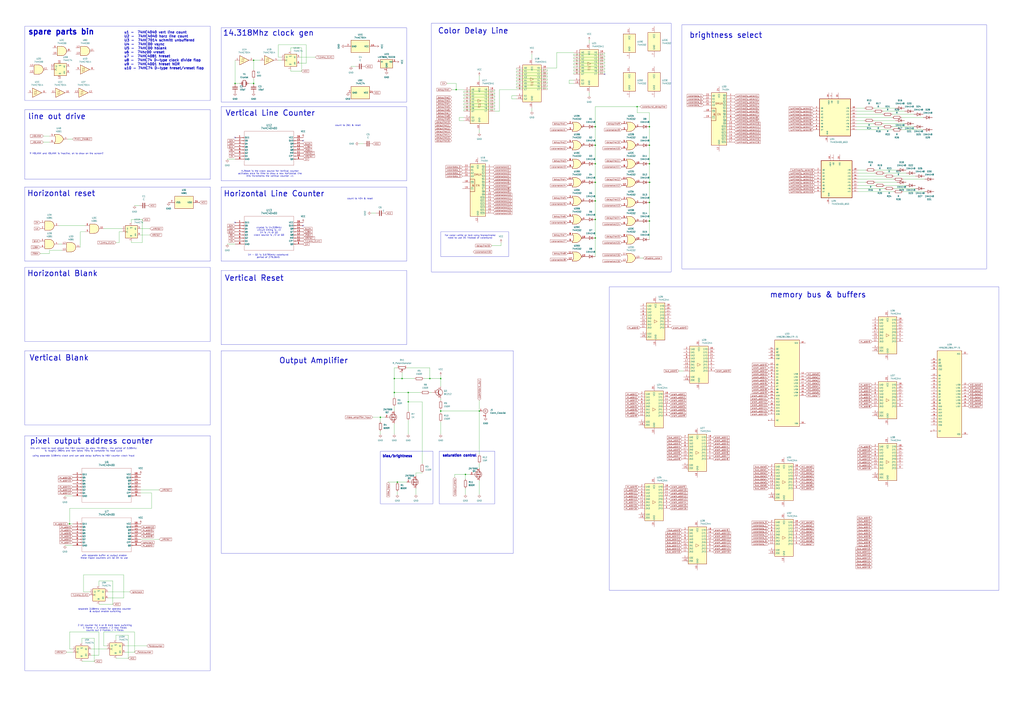
<source format=kicad_sch>
(kicad_sch (version 20250114) (generator "eeschema") (generator_version "9.0")
  (paper "A1")
  (rectangle (start 20.32 153.67) (end 172.72 214.63))
  (rectangle (start 500.38 235.712) (end 820.42 485.14))
  (rectangle (start 312.42 370.84) (end 355.6 414.02))
  (rectangle (start 20.32 358.14) (end 172.72 551.18))
  (rectangle (start 354.33 19.05) (end 551.18 223.52))
  (rectangle (start 181.61 222.25) (end 334.01 283.21))
  (rectangle (start 361.95 190.5) (end 417.83 210.82))
  (rectangle (start 20.32 21.59) (end 172.72 82.55))
  (rectangle (start 360.68 370.84) (end 406.4 414.02))
  (rectangle (start 181.61 22.86) (end 334.01 83.82))
  (rectangle (start 20.32 288.29) (end 172.72 349.25))
  (rectangle (start 20.32 219.71) (end 172.72 280.67))
  (rectangle (start 181.61 153.67) (end 334.01 214.63))
  (rectangle (start 181.61 288.29) (end 421.64 454.66))
  (rectangle (start 560.07 20.32) (end 810.26 220.98))
  (rectangle (start 181.61 87.63) (end 334.01 148.59))
  (rectangle (start 20.32 90.17) (end 172.72 147.32))
  (text "Vertical Blank" (at 48.514 294.132 0) (effects (font (size 4.572 4.572) (thickness 0.5715))))
  (text "spare parts bin" (at 50.292 26.162 0) (effects (font (size 4.572 4.572) (thickness 0.9144) (bold yes))))
  (text "1H - Q1 is 3.5795mhz colorburst\nperiod of 279.36nS\n\n" (at 220.218 211.582 0) (effects (font (size 1.27 1.27))))
  (text "Vertical Line Counter" (at 221.996 92.964 0) (effects (font (size 4.572 4.572) (thickness 0.5715))))
  (text "2 bit counter for A or B mem bank switching\n1 frame = 2 vresets / 2 ntsc fields\ncounts out 2 frames / 4 fields" (at 86.106 516.128 0) (effects (font (size 1.27 1.27))))
  (text "separate 3.58mhz clock for address counter \n& output enable switching" (at 86.36 501.65 0) (effects (font (size 1.27 1.27))))
  (text "count to 261 & reset" (at 285.75 103.124 0) (effects (font (size 1.27 1.27))))
  (text "bias/brightness" (at 326.39 374.904 0) (effects (font (size 2.032 2.032) (thickness 0.5715))))
  (text "14.318Mhz clock gen" (at 220.472 27.178 0) (effects (font (size 4.572 4.572) (thickness 0.5715))))
  (text "crystal is 14.318mhz\ncircuit timing is /2\n1H is /4 or Q1\nclock source is /2 or Q0" (at 220.98 190.246 0) (effects (font (size 1.27 1.27))))
  (text "Horizontal reset" (at 50.292 159.004 0) (effects (font (size 4.572 4.572) (thickness 0.5715))))
  (text "Vertical Reset" (at 208.788 228.6 0) (effects (font (size 4.572 4.572) (thickness 0.5715))))
  (text "pixel output address counter" (at 75.184 362.458 0) (effects (font (size 4.572 4.572) (thickness 0.5715))))
  (text "memory bus & buffers" (at 671.83 242.316 0) (effects (font (size 4.572 4.572) (thickness 0.5715))))
  (text "saturation control" (at 377.444 374.396 0) (effects (font (size 2.032 2.032) (thickness 0.5715))))
  (text "For color-white or text-only/monochrome\nneed to use DC instead of colorburst" (at 386.08 194.564 0) (effects (font (size 1.27 1.27))))
  (text "with separate buffer or output enable\nthese ripple counters will be OK to use" (at 85.598 457.708 0) (effects (font (size 1.27 1.27))))
  (text "brightness select" (at 596.138 28.956 0) (effects (font (size 4.572 4.572) (thickness 0.5715))))
  (text "Horizontal Blank" (at 51.308 224.79 0) (effects (font (size 4.572 4.572) (thickness 0.5715))))
  (text "Color Delay Line" (at 388.62 25.4 0) (effects (font (size 4.572 4.572) (thickness 0.5715))))
  (text "H_Reset is the clock source for Vertical counter\nactivates once its time to draw a new horizontal line\nthis increments the vertical counter +1" (at 221.742 142.748 0) (effects (font (size 1.27 1.27))))
  (text "Output Amplifier" (at 257.556 296.418 0) (effects (font (size 4.572 4.572) (thickness 0.5715))))
  (text "line out drive" (at 46.736 95.758 0) (effects (font (size 4.572 4.572) (thickness 0.5715))))
  (text "count to 454 & reset" (at 295.656 163.322 0) (effects (font (size 1.27 1.27))))
  (text "if HBLANK and VBLANK is inactive, ok to draw on the screen?" (at 54.61 126.238 0) (effects (font (size 1.27 1.27))))
  (text "u1 -  74HC4040 vert line count\nU2 -  74HC4040 horz line count\nU3 -  74HC7014 schmitt unbuffered\nU4 -  74HC00 vsync\nU5 -  74HC00 hblank\nu6 -  74hc00 vreset\nu7 -  74HC4081 hreset\nu8 -  74HC74 D-type clock divide flop\nu9 -  74HC4001 hreset NOR\nu10 - 74HC74 D-type hreset/vreset flop" (at 101.854 41.402 0) (effects (font (size 2.032 2.032) (thickness 0.4064) (bold yes)) (justify left)))
  (text "Horizontal Line Counter" (at 225.044 159.258 0) (effects (font (size 4.572 4.572) (thickness 0.5715))))
  (text "this will need to lead ahead the H&V counter by abou 70-80ns , the period of 3.58mhz\nis roughly 280ns and ram takes 70ns to complete its read cycle\n\nusing separate 3.58mhz clock and can add delay buffers to H&V counter clock input" (at 68.58 371.602 0) (effects (font (size 1.27 1.27))))
  (junction (at 533.4 134.62))
  (junction (at 193.04 68.58))
  (junction (at 323.85 322.58))
  (junction (at 523.24 87.63))
  (junction (at 533.4 181.61))
  (junction (at 361.95 311.15))
  (junction (at 335.28 330.2))
  (junction (at 533.4 119.38))
  (junction (at 488.95 119.38))
  (junction (at 312.42 342.9))
  (junction (at 488.95 165.1))
  (junction (at 330.2 311.15))
  (junction (at 208.28 68.58))
  (junction (at 208.28 49.53))
  (junction (at 488.95 180.34))
  (junction (at 361.95 337.82))
  (junction (at 353.06 311.15))
  (junction (at 488.95 134.62))
  (junction (at 533.4 149.86))
  (junction (at 323.85 311.15))
  (junction (at 57.15 430.53))
  (junction (at 335.28 322.58))
  (junction (at 533.4 104.14))
  (junction (at 488.95 195.58))
  (junction (at 488.95 104.14))
  (junction (at 326.39 396.24))
  (junction (at 382.27 389.89))
  (junction (at 393.7 337.82))
  (junction (at 533.4 166.37))
  (junction (at 374.65 73.66))
  (junction (at 488.95 149.86))
  (no_connect (at 193.04 182.88))
  (no_connect (at 496.57 60.96))
  (no_connect (at 193.04 113.03))
  (no_connect (at 248.92 185.42))
  (no_connect (at 248.92 115.57))
  (wire (pts (xy 406.4 81.28) (xy 406.4 82.55)))
  (wire (pts (xy 53.34 407.67) (xy 59.69 407.67)))
  (wire (pts (xy 33.02 208.28) (xy 40.64 208.28)))
  (wire (pts (xy 732.79 104.14) (xy 750.57 104.14)))
  (wire (pts (xy 411.48 201.93) (xy 403.86 201.93)))
  (wire (pts (xy 312.42 342.9) (xy 312.42 346.71)))
  (wire (pts (xy 734.06 144.78) (xy 751.84 144.78)))
  (wire (pts (xy 74.93 538.48) (xy 81.28 538.48)))
  (wire (pts (xy 424.18 60.96) (xy 424.18 62.23)))
  (wire (pts (xy 115.57 193.04) (xy 123.19 193.04)))
  (wire (pts (xy 488.95 195.58) (xy 488.95 210.82)))
  (wire (pts (xy 382.27 393.7) (xy 382.27 389.89)))
  (wire (pts (xy 406.4 86.36) (xy 406.4 87.63)))
  (wire (pts (xy 361.95 308.61) (xy 361.95 311.15)))
  (wire (pts (xy 424.18 58.42) (xy 424.18 59.69)))
  (wire (pts (xy 718.82 139.7) (xy 736.6 139.7)))
  (wire (pts (xy 523.24 92.71) (xy 533.4 92.71)))
  (wire (pts (xy 377.19 99.06) (xy 377.19 96.52)))
  (wire (pts (xy 704.85 142.24) (xy 718.82 142.24)))
  (wire (pts (xy 381 90.17) (xy 381 91.44)))
  (wire (pts (xy 323.85 322.58) (xy 323.85 326.39)))
  (wire (pts (xy 703.58 91.44) (xy 717.55 91.44)))
  (wire (pts (xy 95.25 525.78) (xy 95.25 521.97)))
  (wire (pts (xy 335.28 322.58) (xy 335.28 330.2)))
  (wire (pts (xy 251.46 52.07) (xy 251.46 36.83)))
  (wire (pts (xy 704.85 144.78) (xy 726.44 144.78)))
  (wire (pts (xy 436.88 88.9) (xy 436.88 91.44)))
  (wire (pts (xy 471.17 44.45) (xy 471.17 45.72)))
  (wire (pts (xy 115.57 402.59) (xy 130.81 402.59)))
  (wire (pts (xy 335.28 330.2) (xy 346.71 330.2)))
  (wire (pts (xy 457.2 55.88) (xy 457.2 43.18)))
  (wire (pts (xy 101.6 491.49) (xy 101.6 472.44)))
  (wire (pts (xy 88.9 486.41) (xy 106.68 486.41)))
  (wire (pts (xy 110.49 519.43) (xy 85.09 519.43)))
  (wire (pts (xy 496.57 53.34) (xy 496.57 54.61)))
  (wire (pts (xy 53.34 448.31) (xy 59.69 448.31)))
  (wire (pts (xy 496.57 55.88) (xy 496.57 57.15)))
  (wire (pts (xy 115.57 443.23) (xy 130.81 443.23)))
  (wire (pts (xy 95.25 199.39) (xy 97.79 199.39)))
  (wire (pts (xy 334.01 302.26) (xy 353.06 302.26)))
  (wire (pts (xy 393.7 373.38) (xy 393.7 337.82)))
  (wire (pts (xy 420.37 81.28) (xy 424.18 81.28)))
  (wire (pts (xy 196.85 68.58) (xy 193.04 68.58)))
  (wire (pts (xy 496.57 50.8) (xy 496.57 52.07)))
  (wire (pts (xy 326.39 403.86) (xy 326.39 406.4)))
  (wire (pts (xy 81.28 477.52) (xy 92.71 477.52)))
  (wire (pts (xy 67.31 528.32) (xy 67.31 524.51)))
  (wire (pts (xy 488.95 119.38) (xy 488.95 134.62)))
  (wire (pts (xy 81.28 519.43) (xy 57.15 519.43)))
  (wire (pts (xy 740.41 96.52) (xy 758.19 96.52)))
  (wire (pts (xy 381 80.01) (xy 381 81.28)))
  (wire (pts (xy 471.17 46.99) (xy 471.17 48.26)))
  (wire (pts (xy 741.68 147.32) (xy 759.46 147.32)))
  (wire (pts (xy 457.2 43.18) (xy 471.17 43.18)))
  (wire (pts (xy 704.85 149.86) (xy 711.2 149.86)))
  (wire (pts (xy 68.58 486.41) (xy 73.66 486.41)))
  (wire (pts (xy 101.6 472.44) (xy 68.58 472.44)))
  (wire (pts (xy 533.4 149.86) (xy 534.67 149.86)))
  (wire (pts (xy 704.85 154.94) (xy 726.44 154.94)))
  (wire (pts (xy 67.31 543.56) (xy 77.47 543.56)))
  (wire (pts (xy 449.58 67.31) (xy 424.18 67.31)))
  (wire (pts (xy 57.15 417.83) (xy 57.15 430.53)))
  (wire (pts (xy 406.4 87.63) (xy 381 87.63)))
  (wire (pts (xy 88.9 491.49) (xy 101.6 491.49)))
  (wire (pts (xy 393.7 328.93) (xy 393.7 337.82)))
  (wire (pts (xy 335.28 330.2) (xy 335.28 337.82)))
  (wire (pts (xy 703.58 99.06) (xy 709.93 99.06)))
  (wire (pts (xy 208.28 64.77) (xy 208.28 68.58)))
  (wire (pts (xy 107.95 199.39) (xy 116.84 199.39)))
  (wire (pts (xy 346.71 388.62) (xy 341.63 388.62)))
  (wire (pts (xy 704.85 147.32) (xy 734.06 147.32)))
  (wire (pts (xy 68.58 472.44) (xy 68.58 486.41)))
  (wire (pts (xy 40.64 205.74) (xy 50.8 205.74)))
  (wire (pts (xy 533.4 104.14) (xy 533.4 119.38)))
  (wire (pts (xy 102.87 535.94) (xy 110.49 535.94)))
  (wire (pts (xy 483.87 76.2) (xy 483.87 78.74)))
  (wire (pts (xy 381 82.55) (xy 381 83.82)))
  (wire (pts (xy 406.4 90.17) (xy 381 90.17)))
  (wire (pts (xy 533.4 149.86) (xy 533.4 166.37)))
  (wire (pts (xy 704.85 157.48) (xy 734.06 157.48)))
  (wire (pts (xy 449.58 66.04) (xy 449.58 64.77)))
  (wire (pts (xy 703.58 96.52) (xy 732.79 96.52)))
  (wire (pts (xy 97.79 199.39) (xy 97.79 190.5)))
  (wire (pts (xy 124.46 417.83) (xy 57.15 417.83)))
  (wire (pts (xy 323.85 311.15) (xy 323.85 322.58)))
  (wire (pts (xy 496.57 44.45) (xy 471.17 44.45)))
  (wire (pts (xy 116.84 180.34) (xy 107.95 180.34)))
  (wire (pts (xy 406.4 91.44) (xy 410.21 91.44)))
  (wire (pts (xy 406.4 82.55) (xy 381 82.55)))
  (wire (pts (xy 95.25 541.02) (xy 105.41 541.02)))
  (wire (pts (xy 55.88 114.3) (xy 59.69 114.3)))
  (wire (pts (xy 488.95 149.86) (xy 488.95 165.1)))
  (wire (pts (xy 717.55 99.06) (xy 735.33 99.06)))
  (wire (pts (xy 228.6 49.53) (xy 231.14 49.53)))
  (wire (pts (xy 406.4 83.82) (xy 406.4 85.09)))
  (wire (pts (xy 318.77 396.24) (xy 326.39 396.24)))
  (wire (pts (xy 85.09 187.96) (xy 100.33 187.96)))
  (wire (pts (xy 406.4 73.66) (xy 406.4 74.93)))
  (wire (pts (xy 361.95 346.71) (xy 361.95 356.87)))
  (wire (pts (xy 186.69 200.66) (xy 193.04 200.66)))
  (wire (pts (xy 238.76 39.37) (xy 247.65 39.37)))
  (wire (pts (xy 449.58 72.39) (xy 424.18 72.39)))
  (wire (pts (xy 488.95 180.34) (xy 488.95 195.58)))
  (wire (pts (xy 361.95 336.55) (xy 361.95 337.82)))
  (wire (pts (xy 346.71 381) (xy 346.71 330.2)))
  (wire (pts (xy 406.4 85.09) (xy 381 85.09)))
  (wire (pts (xy 449.58 68.58) (xy 449.58 67.31)))
  (wire (pts (xy 424.18 78.74) (xy 420.37 78.74)))
  (wire (pts (xy 410.21 73.66) (xy 424.18 73.66)))
  (wire (pts (xy 467.36 66.04) (xy 467.36 68.58)))
  (wire (pts (xy 449.58 58.42) (xy 449.58 57.15)))
  (wire (pts (xy 471.17 59.69) (xy 471.17 60.96)))
  (wire (pts (xy 48.26 185.42) (xy 69.85 185.42)))
  (wire (pts (xy 288.29 54.61) (xy 292.1 54.61)))
  (wire (pts (xy 424.18 71.12) (xy 424.18 72.39)))
  (wire (pts (xy 496.57 52.07) (xy 471.17 52.07)))
  (wire (pts (xy 725.17 91.44) (xy 742.95 91.44)))
  (wire (pts (xy 81.28 481.33) (xy 81.28 477.52)))
  (wire (pts (xy 92.71 477.52) (xy 92.71 496.57)))
  (wire (pts (xy 374.65 68.58) (xy 374.65 73.66)))
  (wire (pts (xy 410.21 91.44) (xy 410.21 73.66)))
  (wire (pts (xy 488.95 165.1) (xy 488.95 180.34)))
  (wire (pts (xy 496.57 43.18) (xy 496.57 44.45)))
  (wire (pts (xy 393.7 384.81) (xy 393.7 381)))
  (wire (pts (xy 107.95 199.39) (xy 107.95 198.12)))
  (wire (pts (xy 496.57 54.61) (xy 471.17 54.61)))
  (wire (pts (xy 467.36 68.58) (xy 471.17 68.58)))
  (wire (pts (xy 703.58 88.9) (xy 709.93 88.9)))
  (wire (pts (xy 326.39 396.24) (xy 334.01 396.24)))
  (wire (pts (xy 449.58 71.12) (xy 449.58 69.85)))
  (wire (pts (xy 105.41 521.97) (xy 105.41 541.02)))
  (wire (pts (xy 533.4 134.62) (xy 533.4 149.86)))
  (wire (pts (xy 471.17 49.53) (xy 471.17 50.8)))
  (wire (pts (xy 424.18 63.5) (xy 424.18 64.77)))
  (wire (pts (xy 496.57 46.99) (xy 471.17 46.99)))
  (wire (pts (xy 449.58 60.96) (xy 449.58 59.69)))
  (wire (pts (xy 449.58 73.66) (xy 449.58 72.39)))
  (wire (pts (xy 449.58 64.77) (xy 424.18 64.77)))
  (wire (pts (xy 496.57 48.26) (xy 496.57 49.53)))
  (wire (pts (xy 381 99.06) (xy 377.19 99.06)))
  (wire (pts (xy 726.44 152.4) (xy 744.22 152.4)))
  (wire (pts (xy 382.27 401.32) (xy 382.27 406.4)))
  (wire (pts (xy 341.63 388.62) (xy 341.63 391.16)))
  (wire (pts (xy 718.82 149.86) (xy 736.6 149.86)))
  (wire (pts (xy 107.95 180.34) (xy 107.95 182.88)))
  (wire (pts (xy 312.42 354.33) (xy 312.42 356.87)))
  (wire (pts (xy 449.58 63.5) (xy 449.58 62.23)))
  (wire (pts (xy 471.17 66.04) (xy 467.36 66.04)))
  (wire (pts (xy 496.57 57.15) (xy 471.17 57.15)))
  (wire (pts (xy 335.28 345.44) (xy 335.28 356.87)))
  (wire (pts (xy 732.79 93.98) (xy 750.57 93.98)))
  (wire (pts (xy 204.47 68.58) (xy 208.28 68.58)))
  (wire (pts (xy 110.49 168.91) (xy 114.3 168.91)))
  (wire (pts (xy 373.38 389.89) (xy 382.27 389.89)))
  (wire (pts (xy 323.85 334.01) (xy 323.85 337.82)))
  (wire (pts (xy 406.4 80.01) (xy 381 80.01)))
  (wire (pts (xy 406.4 74.93) (xy 381 74.93)))
  (wire (pts (xy 312.42 342.9) (xy 316.23 342.9)))
  (wire (pts (xy 382.27 389.89) (xy 386.08 389.89)))
  (wire (pts (xy 488.95 134.62) (xy 488.95 149.86)))
  (wire (pts (xy 85.09 519.43) (xy 85.09 530.86)))
  (wire (pts (xy 361.95 311.15) (xy 361.95 317.5)))
  (wire (pts (xy 77.47 524.51) (xy 77.47 543.56)))
  (wire (pts (xy 57.15 519.43) (xy 57.15 533.4)))
  (wire (pts (xy 57.15 533.4) (xy 59.69 533.4)))
  (wire (pts (xy 115.57 187.96) (xy 123.19 187.96)))
  (wire (pts (xy 238.76 41.91) (xy 238.76 39.37)))
  (wire (pts (xy 85.09 530.86) (xy 87.63 530.86)))
  (wire (pts (xy 424.18 55.88) (xy 424.18 57.15)))
  (wire (pts (xy 330.2 306.07) (xy 330.2 311.15)))
  (wire (pts (xy 354.33 322.58) (xy 353.06 322.58)))
  (wire (pts (xy 406.4 88.9) (xy 406.4 90.17)))
  (wire (pts (xy 110.49 535.94) (xy 110.49 519.43)))
  (wire (pts (xy 381 85.09) (xy 381 86.36)))
  (wire (pts (xy 247.65 39.37) (xy 247.65 58.42)))
  (wire (pts (xy 246.38 52.07) (xy 251.46 52.07)))
  (wire (pts (xy 393.7 106.68) (xy 393.7 109.22)))
  (wire (pts (xy 704.85 152.4) (xy 718.82 152.4)))
  (wire (pts (xy 353.06 311.15) (xy 361.95 311.15)))
  (wire (pts (xy 246.38 46.99) (xy 259.08 46.99)))
  (wire (pts (xy 703.58 101.6) (xy 717.55 101.6)))
  (wire (pts (xy 471.17 52.07) (xy 471.17 53.34)))
  (wire (pts (xy 533.4 92.71) (xy 533.4 104.14)))
  (wire (pts (xy 228.6 46.99) (xy 231.14 46.99)))
  (wire (pts (xy 703.58 104.14) (xy 725.17 104.14)))
  (wire (pts (xy 208.28 49.53) (xy 208.28 57.15)))
  (wire (pts (xy 81.28 496.57) (xy 92.71 496.57)))
  (wire (pts (xy 496.57 49.53) (xy 471.17 49.53)))
  (wire (pts (xy 48.26 200.66) (xy 50.8 200.66)))
  (wire (pts (xy 725.17 101.6) (xy 742.95 101.6)))
  (wire (pts (xy 496.57 45.72) (xy 496.57 46.99)))
  (wire (pts (xy 436.88 44.45) (xy 436.88 48.26)))
  (wire (pts (xy 449.58 57.15) (xy 424.18 57.15)))
  (wire (pts (xy 247.65 58.42) (xy 238.76 58.42)))
  (wire (pts (xy 374.65 73.66) (xy 381 73.66)))
  (wire (pts (xy 471.17 54.61) (xy 471.17 55.88)))
  (wire (pts (xy 326.39 302.26) (xy 323.85 302.26)))
  (wire (pts (xy 741.68 157.48) (xy 759.46 157.48)))
  (wire (pts (xy 361.95 327.66) (xy 361.95 328.93)))
  (wire (pts (xy 74.93 533.4) (xy 87.63 533.4)))
  (wire (pts (xy 525.78 212.09) (xy 528.32 212.09)))
  (wire (pts (xy 734.06 154.94) (xy 751.84 154.94)))
  (wire (pts (xy 341.63 401.32) (xy 341.63 406.4)))
  (wire (pts (xy 373.38 389.89) (xy 373.38 392.43)))
  (wire (pts (xy 496.57 58.42) (xy 496.57 59.69)))
  (wire (pts (xy 54.61 535.94) (xy 59.69 535.94)))
  (wire (pts (xy 488.95 104.14) (xy 488.95 119.38)))
  (wire (pts (xy 381 77.47) (xy 381 78.74)))
  (wire (pts (xy 406.4 78.74) (xy 406.4 80.01)))
  (wire (pts (xy 57.15 430.53) (xy 59.69 430.53)))
  (wire (pts (xy 323.85 322.58) (xy 335.28 322.58)))
  (wire (pts (xy 740.41 106.68) (xy 758.19 106.68)))
  (wire (pts (xy 323.85 302.26) (xy 323.85 311.15)))
  (wire (pts (xy 335.28 322.58) (xy 345.44 322.58)))
  (wire (pts (xy 35.56 111.76) (xy 40.64 111.76)))
  (wire (pts (xy 124.46 405.13) (xy 124.46 417.83)))
  (wire (pts (xy 381 87.63) (xy 381 88.9)))
  (wire (pts (xy 533.4 181.61) (xy 533.4 196.85)))
  (wire (pts (xy 717.55 88.9) (xy 735.33 88.9)))
  (wire (pts (xy 115.57 405.13) (xy 124.46 405.13)))
  (wire (pts (xy 294.64 118.11) (xy 298.45 118.11)))
  (wire (pts (xy 533.4 166.37) (xy 533.4 181.61)))
  (wire (pts (xy 35.56 116.84) (xy 40.64 116.84)))
  (wire (pts (xy 424.18 66.04) (xy 424.18 67.31)))
  (wire (pts (xy 347.98 311.15) (xy 353.06 311.15)))
  (wire (pts (xy 353.06 302.26) (xy 353.06 311.15)))
  (wire (pts (xy 523.24 87.63) (xy 525.78 87.63)))
  (wire (pts (xy 361.95 337.82) (xy 361.95 339.09)))
  (wire (pts (xy 488.95 87.63) (xy 488.95 104.14)))
  (wire (pts (xy 449.58 69.85) (xy 424.18 69.85)))
  (wire (pts (xy 66.04 203.2) (xy 66.04 190.5)))
  (wire (pts (xy 370.84 73.66) (xy 374.65 73.66)))
  (wire (pts (xy 703.58 106.68) (xy 732.79 106.68)))
  (wire (pts (xy 323.85 347.98) (xy 323.85 356.87)))
  (wire (pts (xy 228.6 36.83) (xy 228.6 46.99)))
  (wire (pts (xy 726.44 142.24) (xy 744.22 142.24)))
  (wire (pts (xy 66.04 190.5) (xy 69.85 190.5)))
  (wire (pts (xy 420.37 78.74) (xy 420.37 81.28)))
  (wire (pts (xy 561.34 304.8) (xy 557.53 304.8)))
  (wire (pts (xy 55.88 430.53) (xy 57.15 430.53)))
  (wire (pts (xy 393.7 62.23) (xy 393.7 66.04)))
  (wire (pts (xy 393.7 394.97) (xy 393.7 406.4)))
  (wire (pts (xy 381 74.93) (xy 381 76.2)))
  (wire (pts (xy 449.58 55.88) (xy 457.2 55.88)))
  (wire (pts (xy 533.4 119.38) (xy 533.4 134.62)))
  (wire (pts (xy 251.46 36.83) (xy 228.6 36.83)))
  (wire (pts (xy 340.36 311.15) (xy 330.2 311.15)))
  (wire (pts (xy 116.84 199.39) (xy 116.84 180.34)))
  (wire (pts (xy 424.18 68.58) (xy 424.18 69.85)))
  (wire (pts (xy 208.28 49.53) (xy 213.36 49.53)))
  (wire (pts (xy 67.31 524.51) (xy 77.47 524.51)))
  (wire (pts (xy 704.85 139.7) (xy 711.2 139.7)))
  (wire (pts (xy 488.95 87.63) (xy 523.24 87.63)))
  (wire (pts (xy 703.58 93.98) (xy 725.17 93.98)))
  (wire (pts (xy 406.4 76.2) (xy 406.4 77.47)))
  (wire (pts (xy 304.8 175.26) (xy 308.61 175.26)))
  (wire (pts (xy 97.79 190.5) (xy 100.33 190.5)))
  (wire (pts (xy 40.64 208.28) (xy 40.64 205.74)))
  (wire (pts (xy 306.07 342.9) (xy 312.42 342.9)))
  (wire (pts (xy 238.76 58.42) (xy 238.76 57.15)))
  (wire (pts (xy 449.58 59.69) (xy 424.18 59.69)))
  (wire (pts (xy 186.69 130.81) (xy 193.04 130.81)))
  (wire (pts (xy 471.17 57.15) (xy 471.17 58.42)))
  (wire (pts (xy 496.57 59.69) (xy 471.17 59.69)))
  (wire (pts (xy 361.95 337.82) (xy 393.7 337.82)))
  (wire (pts (xy 406.4 77.47) (xy 381 77.47)))
  (wire (pts (xy 193.04 68.58) (xy 193.04 49.53)))
  (wire (pts (xy 81.28 538.48) (xy 81.28 519.43)))
  (wire (pts (xy 523.24 87.63) (xy 523.24 92.71)))
  (wire (pts (xy 483.87 33.02) (xy 483.87 35.56)))
  (wire (pts (xy 377.19 96.52) (xy 381 96.52)))
  (wire (pts (xy 102.87 530.86) (xy 120.65 530.86)))
  (wire (pts (xy 95.25 521.97) (xy 105.41 521.97)))
  (wire (pts (xy 449.58 62.23) (xy 424.18 62.23)))
  (wire (pts (xy 330.2 311.15) (xy 323.85 311.15)))
  (wire (pts (xy 367.03 68.58) (xy 374.65 68.58)))
  (wire (pts (xy 411.48 199.39) (xy 411.48 201.93)))
  (global_label "bus_addr9" (shape input) (at 716.28 448.31 180) (property "Intersheetrefs" "${INTERSHEET_REFS}" (effects (hide yes))))
  (global_label "sram_addr4" (shape input) (at 585.47 367.03 0) (property "Intersheetrefs" "${INTERSHEET_REFS}" (effects (hide yes))))
  (global_label "m_addr4" (shape input) (at 524.51 331.47 180) (property "Intersheetrefs" "${INTERSHEET_REFS}" (effects (hide yes))))
  (global_label "HRESET" (shape input) (at 123.19 193.04 0) (property "Intersheetrefs" "${INTERSHEET_REFS}" (effects (hide yes))))
  (global_label "m1_data5" (shape input) (at 656.59 396.24 0) (property "Intersheetrefs" "${INTERSHEET_REFS}" (effects (hide yes))))
  (global_label "colorselect11" (shape input) (at 405.13 162.56 0) (property "Intersheetrefs" "${INTERSHEET_REFS}" (effects (hide yes))))
  (global_label "m_addr3" (shape input) (at 716.28 321.31 180) (property "Intersheetrefs" "${INTERSHEET_REFS}" (effects (hide yes))))
  (global_label "delayline13" (shape input) (at 510.54 163.83 180) (property "Intersheetrefs" "${INTERSHEET_REFS}" (effects (hide yes))))
  (global_label "PIXEL_ENABLE" (shape input) (at 59.69 114.3 0) (property "Intersheetrefs" "${INTERSHEET_REFS}" (effects (hide yes))))
  (global_label "delayline2" (shape input) (at 370.84 80.01 180) (property "Intersheetrefs" "${INTERSHEET_REFS}" (effects (hide yes))))
  (global_label "16V" (shape input) (at 193.04 118.11 180) (property "Intersheetrefs" "${INTERSHEET_REFS}" (effects (hide yes))))
  (global_label "m1_data7" (shape input) (at 656.59 401.32 0) (property "Intersheetrefs" "${INTERSHEET_REFS}" (effects (hide yes))))
  (global_label "128H" (shape input) (at 33.02 203.2 180) (property "Intersheetrefs" "${INTERSHEET_REFS}" (effects (hide yes))))
  (global_label "colorselect12" (shape input) (at 405.13 165.1 0) (property "Intersheetrefs" "${INTERSHEET_REFS}" (effects (hide yes))))
  (global_label "colorselect9" (shape input) (at 510.54 106.68 180) (property "Intersheetrefs" "${INTERSHEET_REFS}" (effects (hide yes))))
  (global_label "delayline3" (shape input) (at 466.09 132.08 180) (property "Intersheetrefs" "${INTERSHEET_REFS}" (effects (hide yes))))
  (global_label "m_addr5" (shape input) (at 716.28 326.39 180) (property "Intersheetrefs" "${INTERSHEET_REFS}" (effects (hide yes))))
  (global_label "bus_addr14" (shape input) (at 716.28 461.01 180) (property "Intersheetrefs" "${INTERSHEET_REFS}" (effects (hide yes))))
  (global_label "VCC" (shape input) (at 116.84 180.5783 0) (property "Intersheetrefs" "${INTERSHEET_REFS}" (effects (hide yes))))
  (global_label "delayline3" (shape input) (at 370.84 82.55 180) (property "Intersheetrefs" "${INTERSHEET_REFS}" (effects (hide yes))))
  (global_label "bus_addr5" (shape input) (at 716.28 438.15 180) (property "Intersheetrefs" "${INTERSHEET_REFS}" (effects (hide yes))))
  (global_label "sram_addr7" (shape input) (at 549.91 339.09 0) (property "Intersheetrefs" "${INTERSHEET_REFS}" (effects (hide yes))))
  (global_label "luminosity_select4" (shape input) (at 603.25 86.36 0) (property "Intersheetrefs" "${INTERSHEET_REFS}" (effects (hide yes))))
  (global_label "m_addr6" (shape input) (at 59.69 438.15 180) (property "Intersheetrefs" "${INTERSHEET_REFS}" (effects (hide yes))))
  (global_label "delayline10" (shape input) (at 510.54 116.84 180) (property "Intersheetrefs" "${INTERSHEET_REFS}" (effects (hide yes))))
  (global_label "m1_data2" (shape input) (at 661.67 312.42 0) (property "Intersheetrefs" "${INTERSHEET_REFS}" (effects (hide yes))))
  (global_label "colordata_7" (shape input) (at 631.19 447.04 180) (property "Intersheetrefs" "${INTERSHEET_REFS}" (effects (hide yes))))
  (global_label "m1_data4" (shape input) (at 656.59 439.42 0) (property "Intersheetrefs" "${INTERSHEET_REFS}" (effects (hide yes))))
  (global_label "7.1mhz_CLK1" (shape input) (at 259.08 46.99 0) (property "Intersheetrefs" "${INTERSHEET_REFS}" (effects (hide yes))))
  (global_label "sram_addr12" (shape input) (at 631.19 330.2 180) (property "Intersheetrefs" "${INTERSHEET_REFS}" (effects (hide yes))))
  (global_label "m_addr4" (shape input) (at 716.28 323.85 180) (property "Intersheetrefs" "${INTERSHEET_REFS}" (effects (hide yes))))
  (global_label "bus_addr4" (shape input) (at 716.28 435.61 180) (property "Intersheetrefs" "${INTERSHEET_REFS}" (effects (hide yes))))
  (global_label "m_addr5" (shape input) (at 59.69 433.07 180) (property "Intersheetrefs" "${INTERSHEET_REFS}" (effects (hide yes))))
  (global_label "128V" (shape input) (at 248.92 120.65 0) (property "Intersheetrefs" "${INTERSHEET_REFS}" (effects (hide yes))))
  (global_label "bus_addr8" (shape input) (at 716.28 445.77 180) (property "Intersheetrefs" "${INTERSHEET_REFS}" (effects (hide yes))))
  (global_label "luminosity_select11" (shape input) (at 669.29 144.78 180) (property "Intersheetrefs" "${INTERSHEET_REFS}" (effects (hide yes))))
  (global_label "luminosity_select5" (shape input) (at 603.25 88.9 0) (property "Intersheetrefs" "${INTERSHEET_REFS}" (effects (hide yes))))
  (global_label "m_addr8" (shape input) (at 716.28 334.01 180) (property "Intersheetrefs" "${INTERSHEET_REFS}" (effects (hide yes))))
  (global_label "VCC" (shape input) (at 306.07 118.11 0) (property "Intersheetrefs" "${INTERSHEET_REFS}" (effects (hide yes))))
  (global_label "luminosity_select11" (shape input) (at 603.25 104.14 0) (property "Intersheetrefs" "${INTERSHEET_REFS}" (effects (hide yes))))
  (global_label "m_addr4" (shape input) (at 59.69 435.61 180) (property "Intersheetrefs" "${INTERSHEET_REFS}" (effects (hide yes))))
  (global_label "colordata_7" (shape input) (at 577.85 86.36 180) (property "Intersheetrefs" "${INTERSHEET_REFS}" (effects (hide yes))))
  (global_label "bus_addr0" (shape input) (at 716.28 425.45 180) (property "Intersheetrefs" "${INTERSHEET_REFS}" (effects (hide yes))))
  (global_label "m_addr7" (shape input) (at 524.51 339.09 180) (property "Intersheetrefs" "${INTERSHEET_REFS}" (effects (hide yes))))
  (global_label "m_addr1" (shape input) (at 524.51 323.85 180) (property "Intersheetrefs" "${INTERSHEET_REFS}" (effects (hide yes))))
  (global_label "bus_addr4" (shape input) (at 560.07 367.03 180) (property "Intersheetrefs" "${INTERSHEET_REFS}" (effects (hide yes))))
  (global_label "luminosity_select10" (shape input) (at 669.29 142.24 180) (property "Intersheetrefs" "${INTERSHEET_REFS}" (effects (hide yes))))
  (global_label "sram_addr9" (shape input) (at 631.19 322.58 180) (property "Intersheetrefs" "${INTERSHEET_REFS}" (effects (hide yes))))
  (global_label "luminosity_select9" (shape input) (at 669.29 139.7 180) (property "Intersheetrefs" "${INTERSHEET_REFS}" (effects (hide yes))))
  (global_label "colorselect4" (shape input) (at 405.13 144.78 0) (property "Intersheetrefs" "${INTERSHEET_REFS}" (effects (hide yes))))
  (global_label "colordata_1" (shape input) (at 631.19 431.8 180) (property "Intersheetrefs" "${INTERSHEET_REFS}" (effects (hide yes))))
  (global_label "sram_addr13" (shape input) (at 585.47 445.77 0) (property "Intersheetrefs" "${INTERSHEET_REFS}" (effects (hide yes))))
  (global_label "delayline15" (shape input) (at 370.84 113.03 180) (property "Intersheetrefs" "${INTERSHEET_REFS}" (effects (hide yes))))
  (global_label "sram_addr0" (shape input) (at 551.18 269.24 0) (property "Intersheetrefs" "${INTERSHEET_REFS}" (effects (hide yes))))
  (global_label "m_addr1" (shape input) (at 59.69 445.77 180) (property "Intersheetrefs" "${INTERSHEET_REFS}" (effects (hide yes))))
  (global_label "colorselect11" (shape input) (at 510.54 137.16 180) (property "Intersheetrefs" "${INTERSHEET_REFS}" (effects (hide yes))))
  (global_label "bus_data0" (shape input) (at 631.19 383.54 180) (property "Intersheetrefs" "${INTERSHEET_REFS}" (effects (hide yes))))
  (global_label "bus_addr3" (shape input) (at 716.28 433.07 180) (property "Intersheetrefs" "${INTERSHEET_REFS}" (effects (hide yes))))
  (global_label "m_addr11" (shape input) (at 524.51 405.13 180) (property "Intersheetrefs" "${INTERSHEET_REFS}" (effects (hide yes))))
  (global_label "m1_data2" (shape input) (at 656.59 388.62 0) (property "Intersheetrefs" "${INTERSHEET_REFS}" (effects (hide yes))))
  (global_label "sram_addr3" (shape input) (at 549.91 328.93 0) (property "Intersheetrefs" "${INTERSHEET_REFS}" (effects (hide yes))))
  (global_label "sram_addr8" (shape input) (at 631.19 320.04 180) (property "Intersheetrefs" "${INTERSHEET_REFS}" (effects (hide yes))))
  (global_label "_VRESET" (shape input) (at 130.81 443.23 0) (property "Intersheetrefs" "${INTERSHEET_REFS}" (effects (hide yes))))
  (global_label "sram_addr4" (shape input) (at 549.91 331.47 0) (property "Intersheetrefs" "${INTERSHEET_REFS}" (effects (hide yes))))
  (global_label "m1_data5" (shape input) (at 656.59 441.96 0) (property "Intersheetrefs" "${INTERSHEET_REFS}" (effects (hide yes))))
  (global_label "_HRESET" (shape input) (at 123.19 187.96 0) (property "Intersheetrefs" "${INTERSHEET_REFS}" (effects (hide yes))))
  (global_label "ramclock" (shape input) (at 115.57 445.77 0) (property "Intersheetrefs" "${INTERSHEET_REFS}" (effects (hide yes))))
  (global_label "bus_addr11" (shape input) (at 560.07 440.69 180) (property "Intersheetrefs" "${INTERSHEET_REFS}" (effects (hide yes))))
  (global_label "m_addr7" (shape input) (at 115.57 438.15 0) (property "Intersheetrefs" "${INTERSHEET_REFS}" (effects (hide yes))))
  (global_label "luminosity_select12" (shape input) (at 603.25 106.68 0) (property "Intersheetrefs" "${INTERSHEET_REFS}" (effects (hide yes))))
  (global_label "bus_addr14" (shape input) (at 560.07 448.31 180) (property "Intersheetrefs" "${INTERSHEET_REFS}" (effects (hide yes))))
  (global_label "64H" (shape input) (at 193.04 190.5 180) (property "Intersheetrefs" "${INTERSHEET_REFS}" (effects (hide yes))))
  (global_label "luminosity_select6" (shape input) (at 603.25 91.44 0) (property "Intersheetrefs" "${INTERSHEET_REFS}" (effects (hide yes))))
  (global_label "sram_addr12" (shape input) (at 585.47 443.23 0) (property "Intersheetrefs" "${INTERSHEET_REFS}" (effects (hide yes))))
  (global_label "delayline2" (shape input) (at 466.09 116.84 180) (property "Intersheetrefs" "${INTERSHEET_REFS}" (effects (hide yes))))
  (global_label "sram_addr5" (shape input) (at 631.19 312.42 180) (property "Intersheetrefs" "${INTERSHEET_REFS}" (effects (hide yes))))
  (global_label "luminosity_select7" (shape input) (at 668.02 104.14 180) (property "Intersheetrefs" "${INTERSHEET_REFS}" (effects (hide yes))))
  (global_label "VRESET" (shape input) (at 248.92 125.73 0) (property "Intersheetrefs" "${INTERSHEET_REFS}" (effects (hide yes))))
  (global_label "delayline1" (shape input) (at 466.09 101.6 180) (property "Intersheetrefs" "${INTERSHEET_REFS}" (effects (hide yes))))
  (global_label "COMPOSITE_OUT" (shape input) (at 393.7 328.93 90) (property "Intersheetrefs" "${INTERSHEET_REFS}" (effects (hide yes))))
  (global_label "sram_addr1" (shape input) (at 549.91 323.85 0) (property "Intersheetrefs" "${INTERSHEET_REFS}" (effects (hide yes))))
  (global_label "bus_data4" (shape input) (at 631.19 393.7 180) (property "Intersheetrefs" "${INTERSHEET_REFS}" (effects (hide yes))))
  (global_label "bus_addr6" (shape input) (at 716.28 440.69 180) (property "Intersheetrefs" "${INTERSHEET_REFS}" (effects (hide yes))))
  (global_label "m_addr13" (shape input) (at 716.28 377.19 180) (property "Intersheetrefs" "${INTERSHEET_REFS}" (effects (hide yes))))
  (global_label "m_addr11" (shape input) (at 55.88 430.53 180) (property "Intersheetrefs" "${INTERSHEET_REFS}" (effects (hide yes))))
  (global_label "bus_addr2" (shape input) (at 560.07 361.95 180) (property "Intersheetrefs" "${INTERSHEET_REFS}" (effects (hide yes))))
  (global_label "delayline8" (shape input) (at 370.84 95.25 180) (property "Intersheetrefs" "${INTERSHEET_REFS}" (effects (hide yes))))
  (global_label "bus_addr16" (shape input) (at 560.07 453.39 180) (property "Intersheetrefs" "${INTERSHEET_REFS}" (effects (hide yes))))
  (global_label "colorselect9" (shape input) (at 405.13 157.48 0) (property "Intersheetrefs" "${INTERSHEET_REFS}" (effects (hide yes))))
  (global_label "128H" (shape input) (at 248.92 190.5 0) (property "Intersheetrefs" "${INTERSHEET_REFS}" (effects (hide yes))))
  (global_label "m_addr10" (shape input) (at 716.28 369.57 180) (property "Intersheetrefs" "${INTERSHEET_REFS}" (effects (hide yes))))
  (global_label "sram_addr11" (shape input) (at 631.19 327.66 180) (property "Intersheetrefs" "${INTERSHEET_REFS}" (effects (hide yes))))
  (global_label "colorselect16" (shape input) (at 388.62 207.01 0) (property "Intersheetrefs" "${INTERSHEET_REFS}" (effects (hide yes))))
  (global_label "fieldcounter" (shape input) (at 120.65 530.86 0) (property "Intersheetrefs" "${INTERSHEET_REFS}" (effects (hide yes))))
  (global_label "luminosity_select4" (shape input) (at 668.02 96.52 180) (property "Intersheetrefs" "${INTERSHEET_REFS}" (effects (hide yes))))
  (global_label "sram_addr10" (shape input) (at 549.91 402.59 0) (property "Intersheetrefs" "${INTERSHEET_REFS}" (effects (hide yes))))
  (global_label "m_addr10" (shape input) (at 524.51 402.59 180) (property "Intersheetrefs" "${INTERSHEET_REFS}" (effects (hide yes))))
  (global_label "VCC" (shape input) (at 306.07 76.2 0) (property "Intersheetrefs" "${INTERSHEET_REFS}" (effects (hide yes))))
  (global_label "luminosity_select1" (shape input) (at 603.25 78.74 0) (property "Intersheetrefs" "${INTERSHEET_REFS}" (effects (hide yes))))
  (global_label "m1_data7" (shape input) (at 661.67 325.12 0) (property "Intersheetrefs" "${INTERSHEET_REFS}" (effects (hide yes))))
  (global_label "m1_data6" (shape input) (at 656.59 444.5 0) (property "Intersheetrefs" "${INTERSHEET_REFS}" (effects (hide yes))))
  (global_label "colordata_0" (shape input) (at 379.73 137.16 180) (property "Intersheetrefs" "${INTERSHEET_REFS}" (effects (hide yes))))
  (global_label "sram_addr14" (shape input) (at 631.19 335.28 180) (property "Intersheetrefs" "${INTERSHEET_REFS}" (effects (hide yes))))
  (global_label "m_addr11" (shape input) (at 716.28 372.11 180) (property "Intersheetrefs" "${INTERSHEET_REFS}" (effects (hide yes))))
  (global_label "luminosity_select2" (shape input) (at 603.25 81.28 0) (property "Intersheetrefs" "${INTERSHEET_REFS}" (effects (hide yes))))
  (global_label "colordata_3" (shape input) (at 631.19 436.88 180) (property "Intersheetrefs" "${INTERSHEET_REFS}" (effects (hide yes))))
  (global_label "1H" (shape input) (at 248.92 200.66 0) (property "Intersheetrefs" "${INTERSHEET_REFS}" (effects (hide yes))))
  (global_label "colorselect6" (shape input) (at 466.09 182.88 180) (property "Intersheetrefs" "${INTERSHEET_REFS}" (effects (hide yes))))
  (global_label "colordata_6" (shape input) (at 577.85 83.82 180) (property "Intersheetrefs" "${INTERSHEET_REFS}" (effects (hide yes))))
  (global_label "colorselect1" (shape input) (at 466.09 106.68 180) (property "Intersheetrefs" "${INTERSHEET_REFS}" (effects (hide yes))))
  (global_label "m1_data3" (shape input) (at 661.67 314.96 0) (property "Intersheetrefs" "${INTERSHEET_REFS}" (effects (hide yes))))
  (global_label "sram_addr2" (shape input) (at 585.47 361.95 0) (property "Intersheetrefs" "${INTERSHEET_REFS}" (effects (hide yes))))
  (global_label "delayline4" (shape input) (at 370.84 85.09 180) (property "Intersheetrefs" "${INTERSHEET_REFS}" (effects (hide yes))))
  (global_label "colordata_4" (shape input) (at 631.19 439.42 180) (property "Intersheetrefs" "${INTERSHEET_REFS}" (effects (hide yes))))
  (global_label "512H" (shape input) (at 248.92 187.96 0) (property "Intersheetrefs" "${INTERSHEET_REFS}" (effects (hide yes))))
  (global_label "m1_data1" (shape input) (at 656.59 386.08 0) (property "Intersheetrefs" "${INTERSHEET_REFS}" (effects (hide yes))))
  (global_label "colorselect14" (shape input) (at 510.54 184.15 180) (property "Intersheetrefs" "${INTERSHEET_REFS}" (effects (hide yes))))
  (global_label "colorburst_delayline" (shape input) (at 525.78 87.63 0) (property "Intersheetrefs" "${INTERSHEET_REFS}" (effects (hide yes))))
  (global_label "colorselect5" (shape input) (at 405.13 147.32 0) (property "Intersheetrefs" "${INTERSHEET_REFS}" (effects (hide yes))))
  (global_label "colorselect16" (shape input) (at 405.13 175.26 0) (property "Intersheetrefs" "${INTERSHEET_REFS}" (effects (hide yes))))
  (global_label "HRESET" (shape input) (at 248.92 195.58 0) (property "Intersheetrefs" "${INTERSHEET_REFS}" (effects (hide yes))))
  (global_label "colorselect5" (shape input) (at 466.09 167.64 180) (property "Intersheetrefs" "${INTERSHEET_REFS}" (effects (hide yes))))
  (global_label "sram_addr6" (shape input) (at 585.47 372.11 0) (property "Intersheetrefs" "${INTERSHEET_REFS}" (effects (hide yes))))
  (global_label "2H" (shape input) (at 33.02 182.88 180) (property "Intersheetrefs" "${INTERSHEET_REFS}" (effects (hide yes))))
  (global_label "m1_data2" (shape input) (at 656.59 434.34 0) (property "Intersheetrefs" "${INTERSHEET_REFS}" (effects (hide yes))))
  (global_label "colorselect14" (shape input) (at 405.13 170.18 0) (property "Intersheetrefs" "${INTERSHEET_REFS}" (effects (hide yes))))
  (global_label "colorselect16" (shape input) (at 510.54 214.63 180) (property "Intersheetrefs" "${INTERSHEET_REFS}" (effects (hide yes))))
  (global_label "m_addr2" (shape input) (at 716.28 318.77 180) (property "Intersheetrefs" "${INTERSHEET_REFS}" (effects (hide yes))))
  (global_label "luminosity_select6" (shape input) (at 668.02 101.6 180) (property "Intersheetrefs" "${INTERSHEET_REFS}" (effects (hide yes))))
  (global_label "colorselect2" (shape input) (at 405.13 139.7 0) (property "Intersheetrefs" "${INTERSHEET_REFS}" (effects (hide yes))))
  (global_label "m_addr16" (shape input) (at 59.69 392.43 180) (property "Intersheetrefs" "${INTERSHEET_REFS}" (effects (hide yes))))
  (global_label "bus_addr10" (shape input) (at 560.07 438.15 180) (property "Intersheetrefs" "${INTERSHEET_REFS}" (effects (hide yes))))
  (global_label "colordata_2" (shape input) (at 379.73 142.24 180) (property "Intersheetrefs" "${INTERSHEET_REFS}" (effects (hide yes))))
  (global_label "m_addr0" (shape input) (at 525.78 269.24 180) (property "Intersheetrefs" "${INTERSHEET_REFS}" (effects (hide yes))))
  (global_label "colorselect2" (shape input) (at 466.09 121.92 180) (property "Intersheetrefs" "${INTERSHEET_REFS}" (effects (hide yes))))
  (global_label "m1_data1" (shape input) (at 661.67 309.88 0) (property "Intersheetrefs" "${INTERSHEET_REFS}" (effects (hide yes))))
  (global_label "m_addr8" (shape input) (at 524.51 341.63 180) (property "Intersheetrefs" "${INTERSHEET_REFS}" (effects (hide yes))))
  (global_label "VCC" (shape input) (at 163.83 166.37 0) (property "Intersheetrefs" "${INTERSHEET_REFS}" (effects (hide yes))))
  (global_label "bus_addr9" (shape input) (at 560.07 435.61 180) (property "Intersheetrefs" "${INTERSHEET_REFS}" (effects (hide yes))))
  (global_label "m_addr8" (shape input) (at 115.57 440.69 0) (property "Intersheetrefs" "${INTERSHEET_REFS}" (effects (hide yes))))
  (global_label "m0_data5" (shape input) (at 795.02 328.93 0) (property "Intersheetrefs" "${INTERSHEET_REFS}" (effects (hide yes))))
  (global_label "bus_addr12" (shape input) (at 716.28 455.93 180) (property "Intersheetrefs" "${INTERSHEET_REFS}" (effects (hide yes))))
  (global_label "2H" (shape input) (at 193.04 198.12 180) (property "Intersheetrefs" "${INTERSHEET_REFS}" (effects (hide yes))))
  (global_label "bus_addr5" (shape input) (at 560.07 369.57 180) (property "Intersheetrefs" "${INTERSHEET_REFS}" (effects (hide yes))))
  (global_label "m_addr13" (shape input) (at 524.51 410.21 180) (property "Intersheetrefs" "${INTERSHEET_REFS}" (effects (hide yes))))
  (global_label "colordata_2" (shape input) (at 631.19 434.34 180) (property "Intersheetrefs" "${INTERSHEET_REFS}" (effects (hide yes))))
  (global_label "bus_addr7" (shape input) (at 560.07 374.65 180) (property "Intersheetrefs" "${INTERSHEET_REFS}" (effects (hide yes))))
  (global_label "colordata_5" (shape input) (at 631.19 441.96 180) (property "Intersheetrefs" "${INTERSHEET_REFS}" (effects (hide yes))))
  (global_label "colorselect15" (shape input) (at 405.13 172.72 0) (property "Intersheetrefs" "${INTERSHEET_REFS}" (effects (hide yes))))
  (global_label "m1_data4" (shape input) (at 656.59 393.7 0) (property "Intersheetrefs" "${INTERSHEET_REFS}" (effects (hide yes))))
  (global_label "luminosity_select5" (shape input) (at 668.02 99.06 180) (property "Intersheetrefs" "${INTERSHEET_REFS}" (effects (hide yes))))
  (global_label "colorselect16" (shape input) (at 510.54 209.55 180) (property "Intersheetrefs" "${INTERSHEET_REFS}" (effects (hide yes))))
  (global_label "2V" (shape input) (at 193.04 128.27 180) (property "Intersheetrefs" "${INTERSHEET_REFS}" (effects (hide yes))))
  (global_label "colorselect15" (shape input) (at 510.54 199.39 180) (property "Intersheetrefs" "${INTERSHEET_REFS}" (effects (hide yes))))
  (global_label "delayline11" (shape input) (at 510.54 132.08 180) (property "Intersheetrefs" "${INTERSHEET_REFS}" (effects (hide yes))))
  (global_label "_HBLANK" (shape input) (at 35.56 111.76 180) (property "Intersheetrefs" "${INTERSHEET_REFS}" (effects (hide yes))))
  (global_label "7.1mhz_CLK1" (shape input) (at 95.25 199.39 180) (property "Intersheetrefs" "${INTERSHEET_REFS}" (effects (hide yes))))
  (global_label "delayline9" (shape input) (at 370.84 97.79 180) (property "Intersheetrefs" "${INTERSHEET_REFS}" (effects (hide yes))))
  (global_label "m_addr10" (shape input) (at 115.57 433.07 0) (property "Intersheetrefs" "${INTERSHEET_REFS}" (effects (hide yes))))
  (global_label "delayline16" (shape input) (at 403.86 201.93 180) (property "Intersheetrefs" "${INTERSHEET_REFS}" (effects (hide yes))))
  (global_label "sram_addr10" (shape input) (at 585.47 438.15 0) (property "Intersheetrefs" "${INTERSHEET_REFS}" (effects (hide yes))))
  (global_label "VCC" (shape input) (at 121.92 168.91 0) (property "Intersheetrefs" "${INTERSHEET_REFS}" (effects (hide yes))))
  (global_label "m_addr0" (shape input) (at 115.57 448.31 0) (property "Intersheetrefs" "${INTERSHEET_REFS}" (effects (hide yes))))
  (global_label "sram_addr16" (shape input) (at 631.19 340.36 180) (property "Intersheetrefs" "${INTERSHEET_REFS}" (effects (hide yes))))
  (global_label "sram_addr0" (shape input) (at 586.74 304.8 0) (property "Intersheetrefs" "${INTERSHEET_REFS}" (effects (hide yes))))
  (global_label "luminosity_select2" (shape input) (at 668.02 91.44 180) (property "Intersheetrefs" "${INTERSHEET_REFS}" (effects (hide yes))))
  (global_label "sram_addr4" (shape input) (at 631.19 309.88 180) (property "Intersheetrefs" "${INTERSHEET_REFS}" (effects (hide yes))))
  (global_label "256V" (shape input) (at 248.92 123.19 0) (property "Intersheetrefs" "${INTERSHEET_REFS}" (effects (hide yes))))
  (global_label "_VRESET" (shape input) (at 130.81 402.59 0) (property "Intersheetrefs" "${INTERSHEET_REFS}" (effects (hide yes))))
  (global_label "64H" (shape input) (at 33.02 198.12 180) (property "Intersheetrefs" "${INTERSHEET_REFS}" (effects (hide yes))))
  (global_label "_VBLANK" (shape input) (at 35.56 116.84 180) (property "Intersheetrefs" "${INTERSHEET_REFS}" (effects (hide yes))))
  (global_label "_fieldcounter" (shape input) (at 110.49 535.94 0) (property "Intersheetrefs" "${INTERSHEET_REFS}" (effects (hide yes))))
  (global_label "colorselect13" (shape input) (at 510.54 168.91 180) (property "Intersheetrefs" "${INTERSHEET_REFS}" (effects (hide yes))))
  (global_label "VCC" (shape input) (at 77.47 543.56 0) (property "Intersheetrefs" "${INTERSHEET_REFS}" (effects (hide yes))))
  (global_label "bus_data7" (shape input) (at 631.19 401.32 180) (property "Intersheetrefs" "${INTERSHEET_REFS}" (effects (hide yes))))
  (global_label "sram_addr14" (shape input) (at 585.47 448.31 0) (property "Intersheetrefs" "${INTERSHEET_REFS}" (effects (hide yes))))
  (global_label "VCC" (shape input) (at 299.72 54.61 0) (property "Intersheetrefs" "${INTERSHEET_REFS}" (effects (hide yes))))
  (global_label "delayline4" (shape input) (at 466.09 147.32 180) (property "Intersheetrefs" "${INTERSHEET_REFS}" (effects (hide yes))))
  (global_label "colorselect4" (shape input) (at 466.09 152.4 180) (property "Intersheetrefs" "${INTERSHEET_REFS}" (effects (hide yes))))
  (global_label "delayline6" (shape input) (at 370.84 90.17 180) (property "Intersheetrefs" "${INTERSHEET_REFS}" (effects (hide yes))))
  (global_label "sram_addr11" (shape input) (at 585.47 440.69 0) (property "Intersheetrefs" "${INTERSHEET_REFS}" (effects (hide yes))))
  (global_label "HRESET" (shape input) (at 248.92 128.27 0) (property "Intersheetrefs" "${INTERSHEET_REFS}" (effects (hide yes))))
  (global_label "m1_data0" (shape input) (at 656.59 383.54 0) (property "Intersheetrefs" "${INTERSHEET_REFS}" (effects (hide yes))))
  (global_label "colorselect7" (shape input) (at 405.13 152.4 0) (property "Intersheetrefs" "${INTERSHEET_REFS}" (effects (hide yes))))
  (global_label "delayline14" (shape input) (at 510.54 179.07 180) (property "Intersheetrefs" "${INTERSHEET_REFS}" (effects (hide yes))))
  (global_label "4H" (shape input) (at 33.02 187.96 180) (property "Intersheetrefs" "${INTERSHEET_REFS}" (effects (hide yes))))
  (global_label "64V" (shape input) (at 193.04 120.65 180) (property "Intersheetrefs" "${INTERSHEET_REFS}" (effects (hide yes))))
  (global_label "delayline10" (shape input) (at 370.84 100.33 180) (property "Intersheetrefs" "${INTERSHEET_REFS}" (effects (hide yes))))
  (global_label "bus_data2" (shape input) (at 631.19 388.62 180) (property "Intersheetrefs" "${INTERSHEET_REFS}" (effects (hide yes))))
  (global_label "luminosity_select3" (shape input) (at 668.02 93.98 180) (property "Intersheetrefs" "${INTERSHEET_REFS}" (effects (hide yes))))
  (global_label "sram_addr9" (shape input) (at 549.91 400.05 0) (property "Intersheetrefs" "${INTERSHEET_REFS}" (effects (hide yes))))
  (global_label "colordata_3" (shape input) (at 379.73 144.78 180) (property "Intersheetrefs" "${INTERSHEET_REFS}" (effects (hide yes))))
  (global_label "colorselect3" (shape input) (at 466.09 137.16 180) (property "Intersheetrefs" "${INTERSHEET_REFS}" (effects (hide yes))))
  (global_label "luminosity_select8" (shape input) (at 668.02 106.68 180) (property "Intersheetrefs" "${INTERSHEET_REFS}" (effects (hide yes))))
  (global_label "sram_addr3" (shape input) (at 631.19 307.34 180) (property "Intersheetrefs" "${INTERSHEET_REFS}" (effects (hide yes))))
  (global_label "bus_data3" (shape input) (at 631.19 391.16 180) (property "Intersheetrefs" "${INTERSHEET_REFS}" (effects (hide yes))))
  (global_label "256H" (shape input) (at 248.92 193.04 0) (property "Intersheetrefs" "${INTERSHEET_REFS}" (effects (hide yes))))
  (global_label "m_addr12" (shape input) (at 524.51 407.67 180) (property "Intersheetrefs" "${INTERSHEET_REFS}" (effects (hide yes))))
  (global_label "512V" (shape input) (at 248.92 118.11 0) (property "Intersheetrefs" "${INTERSHEET_REFS}" (effects (hide yes))))
  (global_label "delayline11" (shape input) (at 370.84 102.87 180) (property "Intersheetrefs" "${INTERSHEET_REFS}" (effects (hide yes))))
  (global_label "colorselect3" (shape input) (at 405.13 142.24 0) (property "Intersheetrefs" "${INTERSHEET_REFS}" (effects (hide yes))))
  (global_label "bus_addr13" (shape input) (at 560.07 445.77 180) (property "Intersheetrefs" "${INTERSHEET_REFS}" (effects (hide yes))))
  (global_label "sram_addr8" (shape input) (at 549.91 341.63 0) (property "Intersheetrefs" "${INTERSHEET_REFS}" (effects (hide yes))))
  (global_label "luminosity_select13" (shape input) (at 603.25 109.22 0) (property "Intersheetrefs" "${INTERSHEET_REFS}" (effects (hide yes))))
  (global_label "colordata_4" (shape input) (at 577.85 78.74 180) (property "Intersheetrefs" "${INTERSHEET_REFS}" (effects (hide yes))))
  (global_label "m_addr7" (shape input) (at 716.28 331.47 180) (property "Intersheetrefs" "${INTERSHEET_REFS}" (effects (hide yes))))
  (global_label "32H" (shape input) (at 193.04 185.42 180) (property "Intersheetrefs" "${INTERSHEET_REFS}" (effects (hide yes))))
  (global_label "sram_addr13" (shape input) (at 549.91 410.21 0) (property "Intersheetrefs" "${INTERSHEET_REFS}" (effects (hide yes))))
  (global_label "luminosity_select13" (shape input) (at 669.29 149.86 180) (property "Intersheetrefs" "${INTERSHEET_REFS}" (effects (hide yes))))
  (global_label "sram_addr2" (shape input) (at 631.19 304.8 180) (property "Intersheetrefs" "${INTERSHEET_REFS}" (effects (hide yes))))
  (global_label "m1_data3" (shape input) (at 656.59 436.88 0) (property "Intersheetrefs" "${INTERSHEET_REFS}" (effects (hide yes))))
  (global_label "VCC" (shape input) (at 247.65 58.42 0) (property "Intersheetrefs" "${INTERSHEET_REFS}" (effects (hide yes))))
  (global_label "VCC" (shape input) (at 92.71 496.57 0) (property "Intersheetrefs" "${INTERSHEET_REFS}" (effects (hide yes))))
  (global_label "disable_color" (shape input) (at 528.32 212.09 0) (property "Intersheetrefs" "${INTERSHEET_REFS}" (effects (hide yes))))
  (global_label "256H" (shape input) (at 33.02 208.28 180) (property "Intersheetrefs" "${INTERSHEET_REFS}" (effects (hide yes))))
  (global_label "m1_data6" (shape input) (at 661.67 322.58 0) (property "Intersheetrefs" "${INTERSHEET_REFS}" (effects (hide yes))))
  (global_label "luminosity_select14" (shape input) (at 669.29 152.4 180) (property "Intersheetrefs" "${INTERSHEET_REFS}" (effects (hide yes))))
  (global_label "m0_data1" (shape input) (at 795.02 318.77 0) (property "Intersheetrefs" "${INTERSHEET_REFS}" (effects (hide yes))))
  (global_label "delayline8" (shape input) (at 466.09 208.28 180) (property "Intersheetrefs" "${INTERSHEET_REFS}" (effects (hide yes))))
  (global_label "delayline15" (shape input) (at 510.54 194.31 180) (property "Intersheetrefs" "${INTERSHEET_REFS}" (effects (hide yes))))
  (global_label "bus_addr11" (shape input) (at 716.28 453.39 180) (property "Intersheetrefs" "${INTERSHEET_REFS}" (effects (hide yes))))
  (global_label "m_addr14" (shape input) (at 524.51 412.75 180) (property "Intersheetrefs" "${INTERSHEET_REFS}" (effects (hide yes))))
  (global_label "bus_addr12" (shape input) (at 560.07 443.23 180) (property "Intersheetrefs" "${INTERSHEET_REFS}" (effects (hide yes))))
  (global_label "bus_addr7" (shape input) (at 716.28 443.23 180) (property "Intersheetrefs" "${INTERSHEET_REFS}" (effects (hide yes))))
  (global_label "m_addr14" (shape input) (at 59.69 400.05 180) (property "Intersheetrefs" "${INTERSHEET_REFS}" (effects (hide yes))))
  (global_label "bus_addr15" (shape input) (at 716.28 463.55 180) (property "Intersheetrefs" "${INTERSHEET_REFS}" (effects (hide yes))))
  (global_label "delayline13" (shape input) (at 370.84 107.95 180) (property "Intersheetrefs" "${INTERSHEET_REFS}" (effects (hide yes))))
  (global_label "sram_addr1" (shape input) (at 585.47 359.41 0) (property "Intersheetrefs" "${INTERSHEET_REFS}" (effects (hide yes))))
  (global_label "m_addr12" (shape input) (at 716.28 374.65 180) (property "Intersheetrefs" "${INTERSHEET_REFS}" (effects (hide yes))))
  (global_label "sram_addr0" (shape input) (at 631.19 299.72 180) (property "Intersheetrefs" "${INTERSHEET_REFS}" (effects (hide yes))))
  (global_label "bus_data1" (shape input) (at 631.19 386.08 180) (property "Intersheetrefs" "${INTERSHEET_REFS}" (effects (hide yes))))
  (global_label "delayline9" (shape input) (at 510.54 101.6 180) (property "Intersheetrefs" "${INTERSHEET_REFS}" (effects (hide yes))))
  (global_label "luminosity_select15" (shape input) (at 669.29 154.94 180) (property "Intersheetrefs" "${INTERSHEET_REFS}" (effects (hide yes))))
  (global_label "luminosity_select9" (shape input) (at 603.25 99.06 0) (property "Intersheetrefs" "${INTERSHEET_REFS}" (effects (hide yes))))
  (global_label "sram_addr8" (shape input) (at 585.47 377.19 0) (property "Intersheetrefs" "${INTERSHEET_REFS}" (effects (hide yes))))
  (global_label "7.1mhz_CLK1" (shape input) (at 248.92 198.12 0) (property "Intersheetrefs" "${INTERSHEET_REFS}" (effects (hide yes))))
  (global_label "delayline5" (shape input) (at 466.09 162.56 180) (property "Intersheetrefs" "${INTERSHEET_REFS}" (effects (hide yes))))
  (global_label "bus_addr3" (shape input) (at 560.07 364.49 180) (property "Intersheetrefs" "${INTERSHEET_REFS}" (effects (hide yes))))
  (global_label "m1_data5" (shape input) (at 661.67 320.04 0) (property "Intersheetrefs" "${INTERSHEET_REFS}" (effects (hide yes))))
  (global_label "m_addr3" (shape input) (at 524.51 328.93 180) (property "Intersheetrefs" "${INTERSHEET_REFS}" (effects (hide yes))))
  (global_label "bus_addr16" (shape input) (at 716.28 466.09 180) (property "Intersheetrefs" "${INTERSHEET_REFS}" (effects (hide yes))))
  (global_label "m1_data7" (shape input) (at 656.59 447.04 0) (property "Intersheetrefs" "${INTERSHEET_REFS}" (effects (hide yes))))
  (global_label "delayline7" (shape input) (at 466.09 193.04 180) (property "Intersheetrefs" "${INTERSHEET_REFS}" (effects (hide yes))))
  (global_label "m_addr1" (shape input) (at 716.28 316.23 180) (property "Intersheetrefs" "${INTERSHEET_REFS}" (effects (hide yes))))
  (global_label "colorselect12" (shape input) (at 510.54 152.4 180) (property "Intersheetrefs" "${INTERSHEET_REFS}" (effects (hide yes))))
  (global_label "VCC" (shape input) (at 105.41 541.02 0) (property "Intersheetrefs" "${INTERSHEET_REFS}" (effects (hide yes))))
  (global_label "m_addr14" (shape input) (at 716.28 379.73 180) (property "Intersheetrefs" "${INTERSHEET_REFS}" (effects (hide yes))))
  (global_label "7.1mhz_CLK1" (shape input) (at 73.66 488.95 180) (property "Intersheetrefs" "${INTERSHEET_REFS}" (effects (hide yes))))
  (global_label "bus_addr0" (shape input) (at 557.53 304.8 180) (property "Intersheetrefs" "${INTERSHEET_REFS}" (effects (hide yes))))
  (global_label "delayline6" (shape input) (at 466.09 177.8 180) (property "Intersheetrefs" "${INTERSHEET_REFS}" (effects (hide yes))))
  (global_label "m_addr16" (shape input) (at 716.28 384.81 180) (property "Intersheetrefs" "${INTERSHEET_REFS}" (effects (hide yes))))
  (global_label "sram_addr5" (shape input) (at 549.91 334.01 0) (property "Intersheetrefs" "${INTERSHEET_REFS}" (effects (hide yes))))
  (global_label "m1_data0" (shape input) (at 656.59 429.26 0) (property "Intersheetrefs" "${INTERSHEET_REFS}" (effects (hide yes))))
  (global_label "8V" (shape input) (at 193.04 123.19 180) (property "Intersheetrefs" "${INTERSHEET_REFS}" (effects (hide yes))))
  (global_label "output_clamp" (shape input) (at 373.38 392.43 270) (property "Intersheetrefs" "${INTERSHEET_REFS}" (effects (hide yes))))
  (global_label "1H" (shape input) (at 367.03 68.58 180) (property "Intersheetrefs" "${INTERSHEET_REFS}" (effects (hide yes))))
  (global_label "4H" (shape input) (at 193.04 195.58 180) (property "Intersheetrefs" "${INTERSHEET_REFS}" (effects (hide yes))))
  (global_label "luminosity_select1" (shape input) (at 668.02 88.9 180) (property "Intersheetrefs" "${INTERSHEET_REFS}" (effects (hide yes))))
  (global_label "luminosity_select16" (shape input) (at 669.29 157.48 180) (property "Intersheetrefs" "${INTERSHEET_REFS}" (effects (hide yes))))
  (global_label "m_addr15" (shape input) (at 59.69 394.97 180) (property "Intersheetrefs" "${INTERSHEET_REFS}" (effects (hide yes))))
  (global_label "m_addr12" (shape input) (at 59.69 405.13 180) (property "Intersheetrefs" "${INTERSHEET_REFS}" (effects (hide yes))))
  (global_label "sram_addr9" (shape input) (at 585.47 435.61 0) (property "Intersheetrefs" "${INTERSHEET_REFS}" (effects (hide yes))))
  (global_label "colorselect10" (shape input) (at 510.54 121.92 180) (property "Intersheetrefs" "${INTERSHEET_REFS}" (effects (hide yes))))
  (global_label "m_addr2" (shape input) (at 59.69 443.23 180) (property "Intersheetrefs" "${INTERSHEET_REFS}" (effects (hide yes))))
  (global_label "colorselect13" (shape input) (at 405.13 167.64 0) (property "Intersheetrefs" "${INTERSHEET_REFS}" (effects (hide yes))))
  (global_label "delayline16" (shape input) (at 370.84 115.57 180) (property "Intersheetrefs" "${INTERSHEET_REFS}" (effects (hide yes))))
  (global_label "video_amplifier_input" (shape input) (at 306.07 342.9 180) (property "Intersheetrefs" "${INTERSHEET_REFS}" (effects (hide yes))))
  (global_label "sram_addr16" (shape input) (at 585.47 453.39 0) (property "Intersheetrefs" "${INTERSHEET_REFS}" (effects (hide yes))))
  (global_label "colorselect10" (shape input) (at 405.13 160.02 0) (property "Intersheetrefs" "${INTERSHEET_REFS}" (effects (hide yes))))
  (global_label "m0_data0" (shape input) (at 795.02 316.23 0) (property "Intersheetrefs" "${INTERSHEET_REFS}" (effects (hide yes))))
  (global_label "luminosity_select7" (shape input) (at 603.25 93.98 0) (property "Intersheetrefs" "${INTERSHEET_REFS}" (effects (hide yes))))
  (global_label "bus_addr8" (shape input) (at 560.07 377.19 180) (property "Intersheetrefs" "${INTERSHEET_REFS}" (effects (hide yes))))
  (global_label "VRESET" (shape input) (at 54.61 535.94 180) (property "Intersheetrefs" "${INTERSHEET_REFS}" (effects (hide yes))))
  (global_label "sram_addr14" (shape input) (at 549.91 412.75 0) (property "Intersheetrefs" "${INTERSHEET_REFS}" (effects (hide yes))))
  (global_label "luminosity_select12" (shape input) (at 669.29 147.32 180) (property "Intersheetrefs" "${INTERSHEET_REFS}" (effects (hide yes))))
  (global_label "colorselect7" (shape input) (at 466.09 198.12 180) (property "Intersheetrefs" "${INTERSHEET_REFS}" (effects (hide yes))))
  (global_label "bias_input" (shape input) (at 318.77 396.24 270) (property "Intersheetrefs" "${INTERSHEET_REFS}" (effects (hide yes))))
  (global_label "m_addr9" (shape input) (at 115.57 435.61 0) (property "Intersheetrefs" "${INTERSHEET_REFS}" (effects (hide yes))))
  (global_label "16H" (shape input) (at 193.04 187.96 180) (property "Intersheetrefs" "${INTERSHEET_REFS}" (effects (hide yes))))
  (global_label "delayline7" (shape input) (at 370.84 92.71 180) (property "Intersheetrefs" "${INTERSHEET_REFS}" (effects (hide yes))))
  (global_label "colorselect8" (shape input) (at 405.13 154.94 0) (property "Intersheetrefs" "${INTERSHEET_REFS}" (effects (hide yes))))
  (global_label "sram_addr10" (shape input) (at 631.19 325.12 180) (property "Intersheetrefs" "${INTERSHEET_REFS}" (effects (hide yes))))
  (global_label "m_addr15" (shape input) (at 716.28 382.27 180) (property "Intersheetrefs" "${INTERSHEET_REFS}" (effects (hide yes))))
  (global_label "1V" (shape input) (at 248.92 130.81 0) (property "Intersheetrefs" "${INTERSHEET_REFS}" (effects (hide yes))))
  (global_label "sram_addr12" (shape input) (at 549.91 407.67 0) (property "Intersheetrefs" "${INTERSHEET_REFS}" (effects (hide yes))))
  (global_label "luminosity_select8" (shape input) (at 603.25 96.52 0) (property "Intersheetrefs" "${INTERSHEET_REFS}" (effects (hide yes))))
  (global_label "bus_data6" (shape input) (at 631.19 398.78 180) (property "Intersheetrefs" "${INTERSHEET_REFS}" (effects (hide yes))))
  (global_label "sram_addr11" (shape input) (at 549.91 405.13 0) (property "Intersheetrefs" "${INTERSHEET_REFS}" (effects (hide yes))))
  (global_label "colorselect1" (shape input) (at 405.13 137.16 0) (property "Intersheetrefs" "${INTERSHEET_REFS}" (effects (hide yes))))
  (global_label "m0_data3" (shape input) (at 795.02 323.85 0) (property "Intersheetrefs" "${INTERSHEET_REFS}" (effects (hide yes))))
  (global_label "m_addr2" (shape input) (at 524.51 326.39 180) (property "Intersheetrefs" "${INTERSHEET_REFS}" (effects (hide yes))))
  (global_label "delayline1" (shape input) (at 370.84 73.66 180) (property "Intersheetrefs" "${INTERSHEET_REFS}" (effects (hide yes))))
  (global_label "m0_data4" (shape input) (at 795.02 326.39 0) (property "Intersheetrefs" "${INTERSHEET_REFS}" (effects (hide yes))))
  (global_label "m_addr16" (shape input) (at 524.51 417.83 180) (property "Intersheetrefs" "${INTERSHEET_REFS}" (effects (hide yes))))
  (global_label "bus_addr2" (shape input) (at 716.28 430.53 180) (property "Intersheetrefs" "${INTERSHEET_REFS}" (effects (hide yes))))
  (global_label "delayline5" (shape input) (at 370.84 87.63 180) (property "Intersheetrefs" "${INTERSHEET_REFS}" (effects (hide yes))))
  (global_label "sram_addr13" (shape input) (at 631.19 332.74 180) (property "Intersheetrefs" "${INTERSHEET_REFS}" (effects (hide yes))))
  (global_label "bus_addr13" (shape input) (at 716.28 458.47 180) (property "Intersheetrefs" "${INTERSHEET_REFS}" (effects (hide yes))))
  (global_label "m_addr5" (shape input) (at 524.51 334.01 180) (property "Intersheetrefs" "${INTERSHEET_REFS}" (effects (hide yes))))
  (global_label "m_addr0" (shape input) (at 716.28 280.67 180) (property "Intersheetrefs" "${INTERSHEET_REFS}" (effects (hide yes))))
  (global_label "m1_data6" (shape input) (at 656.59 398.78 0) (property "Intersheetrefs" "${INTERSHEET_REFS}" (effects (hide yes))))
  (global_label "m_addr13" (shape input) (at 59.69 402.59 180) (property "Intersheetrefs" "${INTERSHEET_REFS}" (effects (hide yes))))
  (global_label "bus_addr1" (shape input) (at 560.07 359.41 180) (property "Intersheetrefs" "${INTERSHEET_REFS}" (effects (hide yes))))
  (global_label "8H" (shape input) (at 193.04 193.04 180) (property "Intersheetrefs" "${INTERSHEET_REFS}" (effects (hide yes))))
  (global_label "m1_data1" (shape input) (at 656.59 431.8 0) (property "Intersheetrefs" "${INTERSHEET_REFS}" (effects (hide yes))))
  (global_label "sram_addr15" (shape input) (at 549.91 415.29 0) (property "Intersheetrefs" "${INTERSHEET_REFS}" (effects (hide yes))))
  (global_label "sram_addr15" (shape input) (at 585.47 450.85 0) (property "Intersheetrefs" "${INTERSHEET_REFS}" (effects (hide yes))))
  (global_label "luminosity_select10" (shape input) (at 603.25 101.6 0) (property "Intersheetrefs" "${INTERSHEET_REFS}" (effects (hide yes))))
  (global_label "luminosity_select14" (shape input) (at 603.25 111.76 0) (property "Intersheetrefs" "${INTERSHEET_REFS}" (effects (hide yes))))
  (global_label "delayline12" (shape input) (at 510.54 147.32 180) (property "Intersheetrefs" "${INTERSHEET_REFS}" (effects (hide yes))))
  (global_label "colorselect8" (shape input) (at 466.09 213.36 180) (property "Intersheetrefs" "${INTERSHEET_REFS}" (effects (hide yes))))
  (global_label "m_addr6" (shape input) (at 524.51 336.55 180) (property "Intersheetrefs" "${INTERSHEET_REFS}" (effects (hide yes))))
  (global_label "m_addr9" (shape input) (at 524.51 400.05 180) (property "Intersheetrefs" "${INTERSHEET_REFS}" (effects (hide yes))))
  (global_label "ramclock" (shape input) (at 106.68 486.41 0) (property "Intersheetrefs" "${INTERSHEET_REFS}" (effects (hide yes))))
  (global_label "bus_addr10" (shape input) (at 716.28 450.85 180) (property "Intersheetrefs" "${INTERSHEET_REFS}" (effects (hide yes))))
  (global_label "luminosity_select3" (shape input) (at 603.25 83.82 0) (property "Intersheetrefs" "${INTERSHEET_REFS}" (effects (hide yes))))
  (global_label "m0_data6" (shape input) (at 795.02 331.47 0) (property "Intersheetrefs" "${INTERSHEET_REFS}" (effects (hide yes))))
  (global_label "colordata_6" (shape input) (at 631.19 444.5 180) (property "Intersheetrefs" "${INTERSHEET_REFS}" (effects (hide yes))))
  (global_label "sram_addr5" (shape input) (at 585.47 369.57 0) (property "Intersheetrefs" "${INTERSHEET_REFS}" (effects (hide yes))))
  (global_label "sram_addr3" (shape input) (at 585.47 364.49 0) (property "Intersheetrefs" "${INTERSHEET_REFS}" (effects (hide yes))))
  (global_label "sram_addr1" (shape input) (at 631.19 302.26 180) (property "Intersheetrefs" "${INTERSHEET_REFS}" (effects (hide yes))))
  (global_label "m0_data7" (shape input) (at 795.02 334.01 0) (property "Intersheetrefs" "${INTERSHEET_REFS}" (effects (hide yes))))
  (global_label "VCC" (shape input) (at 316.23 175.26 0) (property "Intersheetrefs" "${INTERSHEET_REFS}" (effects (hide yes))))
  (global_label "sram_addr16" (shape input) (at 549.91 417.83 0) (property "Intersheetrefs" "${INTERSHEET_REFS}" (effects (hide yes))))
  (global_label "sram_addr2" (shape input) (at 549.91 326.39 0) (property "Intersheetrefs" "${INTERSHEET_REFS}" (effects (hide yes))))
  (global_label "m_addr6" (shape input) (at 716.28 328.93 180) (property "Intersheetrefs" "${INTERSHEET_REFS}" (effects (hide yes))))
  (global_label "m1_data0" (shape input) (at 661.67 307.34 0) (property "Intersheetrefs" "${INTERSHEET_REFS}" (effects (hide yes))))
  (global_label "m1_data4" (shape input) (at 661.67 317.5 0) (property "Intersheetrefs" "${INTERSHEET_REFS}" (effects (hide yes))))
  (global_label "m_addr15" (shape input) (at 524.51 415.29 180) (property "Intersheetrefs" "${INTERSHEET_REFS}" (effects (hide yes))))
  (global_label "delayline12" (shape input) (at 370.84 105.41 180) (property "Intersheetrefs" "${INTERSHEET_REFS}" (effects (hide yes))))
  (global_label "luminosity_select15" (shape input) (at 603.25 114.3 0) (property "Intersheetrefs" "${INTERSHEET_REFS}" (effects (hide yes))))
  (global_label "bus_addr6" (shape input) (at 560.07 372.11 180) (property "Intersheetrefs" "${INTERSHEET_REFS}" (effects (hide yes))))
  (global_label "colordata_5" (shape input) (at 577.85 81.28 180) (property "Intersheetrefs" "${INTERSHEET_REFS}" (effects (hide yes))))
  (global_label "colordata_1" (shape input) (at 379.73 139.7 180) (property "Intersheetrefs" "${INTERSHEET_REFS}" (effects (hide yes))))
  (global_label "delayline14" (shape input) (at 370.84 110.49 180) (property "Intersheetrefs" "${INTERSHEET_REFS}" (effects (hide yes))))
  (global_label "m0_data2" (shape input) (at 795.02 321.31 0) (property "Intersheetrefs" "${INTERSHEET_REFS}" (effects (hide yes))))
  (global_label "colorselect6" (shape input) (at 405.13 149.86 0) (property "Intersheetrefs" "${INTERSHEET_REFS}" (effects (hide yes))))
  (global_label "sram_addr7" (shape input) (at 585.47 374.65 0) (property "Intersheetrefs" "${INTERSHEET_REFS}" (effects (hide yes))))
  (global_label "m_addr9" (shape input) (at 716.28 367.03 180) (property "Intersheetrefs" "${INTERSHEET_REFS}" (effects (hide yes))))
  (global_label "sram_addr7" (shape input) (at 631.19 317.5 180) (property "Intersheetrefs" "${INTERSHEET_REFS}" (effects (hide yes))))
  (global_label "32V" (shape input) (at 193.04 115.57 180) (property "Intersheetrefs" "${INTERSHEET_REFS}" (effects (hide yes))))
  (global_label "sram_addr6" (shape input) (at 549.91 336.55 0) (property "Intersheetrefs" "${INTERSHEET_REFS}" (effects (hide yes))))
  (global_label "colordata_0" (shape input) (at 631.19 429.26 180) (property "Intersheetrefs" "${INTERSHEET_REFS}" (effects (hide yes))))
  (global_label "sram_addr6" (shape input) (at 631.19 314.96 180) (property "Intersheetrefs" "${INTERSHEET_REFS}" (effects (hide yes))))
  (global_label "m1_data3" (shape input) (at 656.59 391.16 0) (property "Intersheetrefs" "${INTERSHEET_REFS}" (effects (hide yes))))
  (global_label "bus_addr1" (shape input) (at 716.28 427.99 180) (property "Intersheetrefs" "${INTERSHEET_REFS}" (effects (hide yes))))
  (global_label "bus_data5" (shape input) (at 631.19 396.24 180) (property "Intersheetrefs" "${INTERSHEET_REFS}" (effects (hide yes))))
  (global_label "4V" (shape input) (at 193.04 125.73 180) (property "Intersheetrefs" "${INTERSHEET_REFS}" (effects (hide yes))))
  (global_label "bus_addr15" (shape input) (at 560.07 450.85 180) (property "Intersheetrefs" "${INTERSHEET_REFS}" (effects (hide yes))))
  (global_label "m_addr3" (shape input) (at 59.69 440.69 180) (property "Intersheetrefs" "${INTERSHEET_REFS}" (effects (hide yes))))
  (global_label "sram_addr15" (shape input) (at 631.19 337.82 180) (property "Intersheetrefs" "${INTERSHEET_REFS}" (effects (hide yes))))
  (global_label "luminosity_select16" (shape input) (at 603.25 116.84 0) (property "Intersheetrefs" "${INTERSHEET_REFS}" (effects (hide yes))))
  (symbol (lib_id "Device:R") (at 713.74 99.06 90) (mirror x) (unit 1)
    (property "Reference" "R14" (at 713.74 105.41 90))
    (property "Value" "R" (at 713.74 102.87 90))
    (property "Footprint" "Resistor_THT:R_Axial_DIN0204_L3.6mm_D1.6mm_P5.08mm_Horizontal" (effects (hide yes)))
    (property "Description" "Resistor" (effects (hide yes)))
  )
  (symbol (lib_id "74xx:74HC02") (at 473.71 210.82 0) (unit 4)
    (property "Reference" "U20" (at 473.71 201.93 0))
    (property "Value" "74HC02" (at 473.71 204.47 0))
    (property "Footprint" "Package_SO:SOIC-14_3.9x8.7mm_P1.27mm" (effects (hide yes)))
    (property "Datasheet" "http://www.ti.com/lit/gpn/sn74hc02" (effects (hide yes)))
    (property "Description" "quad 2-input NOR gate" (effects (hide yes)))
  )
  (symbol (lib_id "74xx:74HC74") (at 107.95 190.5 0) (unit 1)
    (property "Reference" "U11" (at 110.1441 180.34 0) (effects (justify left)))
    (property "Value" "74HC74" (at 110.1441 182.88 0) (effects (justify left)))
    (property "Footprint" "Library:SOIC127P600X175-14N" (effects (hide yes)))
    (property "Datasheet" "74xx/74hc_hct74.pdf" (effects (hide yes)))
    (property "Description" "Dual D Flip-flop, Set & Reset" (effects (hide yes)))
  )
  (symbol (lib_id "74xx:74HC244") (at 643.89 396.24 0) (unit 1)
    (property "Reference" "U31" (at 646.0841 375.92 0) (effects (justify left)))
    (property "Value" "74HC244" (at 646.0841 378.46 0) (effects (justify left)))
    (property "Footprint" "Package_SO:SSOP-20_4.4x6.5mm_P0.65mm" (effects (hide yes)))
    (property "Datasheet" "https://assets.nexperia.com/documents/data-sheet/74HC_HCT244.pdf" (effects (hide yes)))
    (property "Description" "8-bit Buffer/Line Driver 3-state" (effects (hide yes)))
  )
  (symbol (lib_id "Diode:1N4148") (at 755.65 144.78 180) (unit 1)
    (property "Reference" "D26" (at 755.65 138.43 0))
    (property "Value" "1N4148" (at 755.65 140.97 0))
    (property "Footprint" "Diode_THT:D_DO-35_SOD27_P7.62mm_Horizontal" (effects (hide yes)))
    (property "Datasheet" "https://assets.nexperia.com/documents/data-sheet/1N4148_1N4448.pdf" (effects (hide yes)))
    (property "Description" "100V 0.15A standard switching diode, DO-35" (effects (hide yes)))
    (property "Sim.Device" "D" (effects (hide yes)))
    (property "Sim.Pins" "1=K 2=A" (effects (hide yes)))
  )
  (symbol (lib_id "Diode:1N4148") (at 740.41 139.7 180) (unit 1)
    (property "Reference" "D18" (at 740.41 133.35 0))
    (property "Value" "1N4148" (at 740.41 135.89 0))
    (property "Footprint" "Diode_THT:D_DO-35_SOD27_P7.62mm_Horizontal" (effects (hide yes)))
    (property "Datasheet" "https://assets.nexperia.com/documents/data-sheet/1N4148_1N4448.pdf" (effects (hide yes)))
    (property "Description" "100V 0.15A standard switching diode, DO-35" (effects (hide yes)))
    (property "Sim.Device" "D" (effects (hide yes)))
    (property "Sim.Pins" "1=K 2=A" (effects (hide yes)))
  )
  (symbol (lib_id "hitachi_sram:HM628128ALFP-5") (at 646.43 314.96 0) (unit 1)
    (property "Reference" "U33" (at 646.43 274.32 0))
    (property "Value" "HM628128ALFP-5" (at 646.43 276.86 0))
    (property "Footprint" "Package_DIP:DIP-32_W15.24mm" (effects (hide yes)))
    (property "MF" "Hitachi" (effects (hide yes)))
    (property "MAXIMUM_PACKAGE_HEIGHT" "3 mm" (effects (hide yes)))
    (property "Package" "None" (effects (hide yes)))
    (property "Price" "None" (effects (hide yes)))
    (property "Check_prices" "https://www.snapeda.com/parts/HM628128ALFP-5/Hitachi/view-part/?ref=eda" (effects (hide yes)))
    (property "STANDARD" "IPC-7351B" (effects (hide yes)))
    (property "PARTREV" "20/6/13" (effects (hide yes)))
    (property "SnapEDA_Link" "https://www.snapeda.com/parts/HM628128ALFP-5/Hitachi/view-part/?ref=snap" (effects (hide yes)))
    (property "MP" "HM628128ALFP-5" (effects (hide yes)))
    (property "Description_1" "\n                        \n                            131,072-word X 8-bit High Speed CMOS Static RAM\n                        \n" (effects (hide yes)))
    (property "Availability" "In Stock" (effects (hide yes)))
    (property "MANUFACTURER" "Hitachi" (effects (hide yes)))
  )
  (symbol (lib_id "Device:R") (at 730.25 144.78 90) (unit 1)
    (property "Reference" "R23" (at 730.25 138.43 90))
    (property "Value" "R" (at 730.25 140.97 90))
    (property "Footprint" "Resistor_THT:R_Axial_DIN0204_L3.6mm_D1.6mm_P5.08mm_Horizontal" (effects (hide yes)))
    (property "Description" "Resistor" (effects (hide yes)))
  )
  (symbol (lib_id "Device:C") (at 295.91 54.61 270) (unit 1)
    (property "Reference" "C4" (at 295.91 46.99 90))
    (property "Value" "C" (at 295.91 49.53 90))
    (property "Footprint" "Capacitor_THT:C_Disc_D4.3mm_W1.9mm_P5.00mm" (effects (hide yes)))
    (property "Description" "Unpolarized capacitor" (effects (hide yes)))
  )
  (symbol (lib_id "power:GND") (at 335.28 356.87 0) (unit 1)
    (property "Reference" "#PWR017" (effects (hide yes)))
    (property "Value" "GND" (at 335.28 361.95 0))
    (property "Description" "Power symbol creates a global label with name \"GND\" , ground" (effects (hide yes)))
  )
  (symbol (lib_id "74HC4040D:74HC4040D") (at 59.69 430.53 0) (unit 1)
    (property "Reference" "U7" (at 87.63 420.37 0) (effects (font (size 1.524 1.524))))
    (property "Value" "74HC4040D" (at 87.63 422.91 0) (effects (font (size 1.524 1.524))))
    (property "Footprint" "footprints:SOT109-1_NXP" (effects (hide yes)))
    (property "Datasheet" "74HC4040D" (effects (hide yes)))
  )
  (symbol (lib_id "Diode:1N4148") (at 485.14 180.34 180) (unit 1)
    (property "Reference" "D6" (at 485.14 173.99 0))
    (property "Value" "1N4148" (at 485.14 176.53 0))
    (property "Footprint" "Diode_THT:D_DO-35_SOD27_P7.62mm_Horizontal" (effects (hide yes)))
    (property "Datasheet" "https://assets.nexperia.com/documents/data-sheet/1N4148_1N4448.pdf" (effects (hide yes)))
    (property "Description" "100V 0.15A standard switching diode, DO-35" (effects (hide yes)))
    (property "Sim.Device" "D" (effects (hide yes)))
    (property "Sim.Pins" "1=K 2=A" (effects (hide yes)))
  )
  (symbol (lib_id "power:VCC") (at 325.12 50.8 270) (unit 1)
    (property "Reference" "#PWR028" (effects (hide yes)))
    (property "Value" "VCC" (at 330.2 50.8 0))
    (property "Description" "Power symbol creates a global label with name \"VCC\"" (effects (hide yes)))
  )
  (symbol (lib_id "74xx:74HC02") (at 518.16 212.09 0) (unit 4)
    (property "Reference" "U23" (at 518.16 203.2 0))
    (property "Value" "74HC02" (at 518.16 205.74 0))
    (property "Footprint" "Package_SO:SOIC-14_3.9x8.7mm_P1.27mm" (effects (hide yes)))
    (property "Datasheet" "http://www.ti.com/lit/gpn/sn74hc02" (effects (hide yes)))
    (property "Description" "quad 2-input NOR gate" (effects (hide yes)))
  )
  (symbol (lib_id "Transistor_FET:2N7000") (at 339.09 396.24 0) (unit 1)
    (property "Reference" "Q1" (at 334.772 392.938 0) (effects (justify left)))
    (property "Value" "2N7000" (at 332.74 390.906 0) (effects (justify left)))
    (property "Footprint" "Package_TO_SOT_THT:TO-92_Inline" (effects (hide yes)))
    (property "Datasheet" "https://www.vishay.com/docs/70226/70226.pdf" (effects (hide yes)))
    (property "Description" "0.2A Id, 200V Vds, N-Channel MOSFET, 2.6V Logic Level, TO-92" (effects (hide yes)))
  )
  (symbol (lib_id "Diode:1N4148") (at 754.38 104.14 0) (mirror y) (unit 1)
    (property "Reference" "D25" (at 754.38 110.49 0))
    (property "Value" "1N4148" (at 754.38 107.95 0))
    (property "Footprint" "Diode_THT:D_DO-35_SOD27_P7.62mm_Horizontal" (effects (hide yes)))
    (property "Datasheet" "https://assets.nexperia.com/documents/data-sheet/1N4148_1N4448.pdf" (effects (hide yes)))
    (property "Description" "100V 0.15A standard switching diode, DO-35" (effects (hide yes)))
    (property "Sim.Device" "D" (effects (hide yes)))
    (property "Sim.Pins" "1=K 2=A" (effects (hide yes)))
  )
  (symbol (lib_id "74xx:74HC00") (at 31.75 57.15 0) (unit 4)
    (property "Reference" "U2" (at 31.7417 48.26 0))
    (property "Value" "74HC00" (at 31.7417 50.8 0))
    (property "Footprint" "Package_SO:SOIC-14-16_3.9x9.9mm_P1.27mm" (effects (hide yes)))
    (property "Datasheet" "http://www.ti.com/lit/gpn/sn74hc00" (effects (hide yes)))
    (property "Description" "quad 2-input NAND gate" (effects (hide yes)))
  )
  (symbol (lib_id "Device:R") (at 722.63 152.4 90) (mirror x) (unit 1)
    (property "Reference" "R20" (at 722.63 158.75 90))
    (property "Value" "R" (at 722.63 156.21 90))
    (property "Footprint" "Resistor_THT:R_Axial_DIN0204_L3.6mm_D1.6mm_P5.08mm_Horizontal" (effects (hide yes)))
    (property "Description" "Resistor" (effects (hide yes)))
  )
  (symbol (lib_id "74xx:74HC244") (at 728.98 275.59 0) (unit 1)
    (property "Reference" "U36" (at 731.1741 255.27 0) (effects (justify left)))
    (property "Value" "74HC244" (at 731.1741 257.81 0) (effects (justify left)))
    (property "Footprint" "Package_SO:SSOP-20_4.4x6.5mm_P0.65mm" (effects (hide yes)))
    (property "Datasheet" "https://assets.nexperia.com/documents/data-sheet/74HC_HCT244.pdf" (effects (hide yes)))
    (property "Description" "8-bit Buffer/Line Driver 3-state" (effects (hide yes)))
  )
  (symbol (lib_id "Device:R") (at 722.63 142.24 90) (unit 1)
    (property "Reference" "R19" (at 722.63 135.89 90))
    (property "Value" "R" (at 722.63 138.43 90))
    (property "Footprint" "Resistor_THT:R_Axial_DIN0204_L3.6mm_D1.6mm_P5.08mm_Horizontal" (effects (hide yes)))
    (property "Description" "Resistor" (effects (hide yes)))
  )
  (symbol (lib_id "power:GND") (at 285.75 76.2 0) (unit 1)
    (property "Reference" "#PWR019" (effects (hide yes)))
    (property "Value" "GND" (at 285.75 81.28 0))
    (property "Description" "Power symbol creates a global label with name \"GND\" , ground" (effects (hide yes)))
  )
  (symbol (lib_id "Diode:1N4148") (at 748.03 142.24 180) (unit 1)
    (property "Reference" "D22" (at 748.03 135.89 0))
    (property "Value" "1N4148" (at 748.03 138.43 0))
    (property "Footprint" "Diode_THT:D_DO-35_SOD27_P7.62mm_Horizontal" (effects (hide yes)))
    (property "Datasheet" "https://assets.nexperia.com/documents/data-sheet/1N4148_1N4448.pdf" (effects (hide yes)))
    (property "Description" "100V 0.15A standard switching diode, DO-35" (effects (hide yes)))
    (property "Sim.Device" "D" (effects (hide yes)))
    (property "Sim.Pins" "1=K 2=A" (effects (hide yes)))
  )
  (symbol (lib_id "74xx:74HC00") (at 50.8 41.91 0) (unit 3)
    (property "Reference" "U2" (at 50.7917 33.02 0))
    (property "Value" "74HC00" (at 50.7917 35.56 0))
    (property "Footprint" "Package_SO:SOIC-14_3.9x8.7mm_P1.27mm" (effects (hide yes)))
    (property "Datasheet" "http://www.ti.com/lit/gpn/sn74hc00" (effects (hide yes)))
    (property "Description" "quad 2-input NAND gate" (effects (hide yes)))
  )
  (symbol (lib_id "power:GND") (at 312.42 356.87 0) (unit 1)
    (property "Reference" "#PWR015" (effects (hide yes)))
    (property "Value" "GND" (at 312.42 361.95 0))
    (property "Description" "Power symbol creates a global label with name \"GND\" , ground" (effects (hide yes)))
  )
  (symbol (lib_id "power:VCC") (at 248.92 182.88 0) (unit 1)
    (property "Reference" "#PWR014" (effects (hide yes)))
    (property "Value" "VCC" (at 248.92 177.8 0))
    (property "Description" "Power symbol creates a global label with name \"VCC\"" (effects (hide yes)))
  )
  (symbol (lib_id "Diode:1N4148") (at 739.14 88.9 180) (unit 1)
    (property "Reference" "D16" (at 739.14 82.55 0))
    (property "Value" "1N4148" (at 739.14 85.09 0))
    (property "Footprint" "Diode_THT:D_DO-35_SOD27_P7.62mm_Horizontal" (effects (hide yes)))
    (property "Datasheet" "https://assets.nexperia.com/documents/data-sheet/1N4148_1N4448.pdf" (effects (hide yes)))
    (property "Description" "100V 0.15A standard switching diode, DO-35" (effects (hide yes)))
    (property "Sim.Device" "D" (effects (hide yes)))
    (property "Sim.Pins" "1=K 2=A" (effects (hide yes)))
  )
  (symbol (lib_id "74xx:74HC74") (at 238.76 49.53 0) (unit 1)
    (property "Reference" "U14" (at 240.9541 39.37 0) (effects (justify left)))
    (property "Value" "74HC74" (at 240.9541 41.91 0) (effects (justify left)))
    (property "Footprint" "Library:SOIC127P600X175-14N" (effects (hide yes)))
    (property "Datasheet" "74xx/74hc_hct74.pdf" (effects (hide yes)))
    (property "Description" "Dual D Flip-flop, Set & Reset" (effects (hide yes)))
  )
  (symbol (lib_id "Device:R") (at 736.6 96.52 90) (unit 1)
    (property "Reference" "R25" (at 736.6 90.17 90))
    (property "Value" "R" (at 736.6 92.71 90))
    (property "Footprint" "Resistor_THT:R_Axial_DIN0204_L3.6mm_D1.6mm_P5.08mm_Horizontal" (effects (hide yes)))
    (property "Description" "Resistor" (effects (hide yes)))
  )
  (symbol (lib_id "74xx:74AHC541") (at 483.87 55.88 0) (unit 1)
    (property "Reference" "U21" (at 486.0641 35.56 0) (effects (justify left)))
    (property "Value" "74AHC541" (at 486.0641 38.1 0) (effects (justify left)))
    (property "Footprint" "Package_SO:SOIC-20W_7.5x12.8mm_P1.27mm" (effects (hide yes)))
    (property "Datasheet" "https://www.ti.com/lit/ds/symlink/sn74ahc541.pdf" (effects (hide yes)))
    (property "Description" "8-bit Buffer/Line Driver 3-state outputs" (effects (hide yes)))
  )
  (symbol (lib_id "Device:R") (at 713.74 88.9 90) (unit 1)
    (property "Reference" "R13" (at 713.74 82.55 90))
    (property "Value" "R" (at 713.74 85.09 90))
    (property "Footprint" "Resistor_THT:R_Axial_DIN0204_L3.6mm_D1.6mm_P5.08mm_Horizontal" (effects (hide yes)))
    (property "Description" "Resistor" (effects (hide yes)))
  )
  (symbol (lib_id "Diode:1N4148") (at 739.14 99.06 0) (mirror y) (unit 1)
    (property "Reference" "D17" (at 739.14 105.41 0))
    (property "Value" "1N4148" (at 739.14 102.87 0))
    (property "Footprint" "Diode_THT:D_DO-35_SOD27_P7.62mm_Horizontal" (effects (hide yes)))
    (property "Datasheet" "https://assets.nexperia.com/documents/data-sheet/1N4148_1N4448.pdf" (effects (hide yes)))
    (property "Description" "100V 0.15A standard switching diode, DO-35" (effects (hide yes)))
    (property "Sim.Device" "D" (effects (hide yes)))
    (property "Sim.Pins" "1=K 2=A" (effects (hide yes)))
  )
  (symbol (lib_id "Device:C") (at 118.11 168.91 270) (unit 1)
    (property "Reference" "C1" (at 118.11 161.29 90))
    (property "Value" "C" (at 118.11 163.83 90))
    (property "Footprint" "Capacitor_THT:C_Disc_D4.3mm_W1.9mm_P5.00mm" (effects (hide yes)))
    (property "Description" "Unpolarized capacitor" (effects (hide yes)))
  )
  (symbol (lib_id "power:GND") (at 323.85 356.87 0) (unit 1)
    (property "Reference" "#PWR016" (effects (hide yes)))
    (property "Value" "GND" (at 323.85 361.95 0))
    (property "Description" "Power symbol creates a global label with name \"GND\" , ground" (effects (hide yes)))
  )
  (symbol (lib_id "74xx:74HC7014") (at 68.58 76.2 0) (unit 6)
    (property "Reference" "U1" (at 68.58 67.31 0))
    (property "Value" "74HC7014" (at 68.58 69.85 0))
    (property "Footprint" "Package_SO:SOIC-14_3.9x8.7mm_P1.27mm" (effects (hide yes)))
    (property "Datasheet" "https://assets.nexperia.com/documents/data-sheet/74HC7014.pdf" (effects (hide yes)))
    (property "Description" "Hex non-inverting buffer with precision Schmitt Trigger inputs, SOIC-14" (effects (hide yes)))
  )
  (symbol (lib_id "Diode:1N4148") (at 485.14 195.58 180) (unit 1)
    (property "Reference" "D7" (at 485.14 189.23 0))
    (property "Value" "1N4148" (at 485.14 191.77 0))
    (property "Footprint" "Diode_THT:D_DO-35_SOD27_P7.62mm_Horizontal" (effects (hide yes)))
    (property "Datasheet" "https://assets.nexperia.com/documents/data-sheet/1N4148_1N4448.pdf" (effects (hide yes)))
    (property "Description" "100V 0.15A standard switching diode, DO-35" (effects (hide yes)))
    (property "Sim.Device" "D" (effects (hide yes)))
    (property "Sim.Pins" "1=K 2=A" (effects (hide yes)))
  )
  (symbol (lib_id "74xx:74HC02") (at 518.16 166.37 0) (unit 1)
    (property "Reference" "U23" (at 518.16 157.48 0))
    (property "Value" "74HC02" (at 518.16 160.02 0))
    (property "Footprint" "Package_SO:SOIC-14_3.9x8.7mm_P1.27mm" (effects (hide yes)))
    (property "Datasheet" "http://www.ti.com/lit/gpn/sn74hc02" (effects (hide yes)))
    (property "Description" "quad 2-input NOR gate" (effects (hide yes)))
  )
  (symbol (lib_id "74xx:74HC74") (at 81.28 488.95 0) (unit 1)
    (property "Reference" "U9" (at 83.4741 478.79 0) (effects (justify left)))
    (property "Value" "74HC74" (at 83.4741 481.33 0) (effects (justify left)))
    (property "Footprint" "Library:SOIC127P600X175-14N" (effects (hide yes)))
    (property "Datasheet" "74xx/74hc_hct74.pdf" (effects (hide yes)))
    (property "Description" "Dual D Flip-flop, Set & Reset" (effects (hide yes)))
  )
  (symbol (lib_id "Device:R") (at 349.25 322.58 90) (unit 1)
    (property "Reference" "R8" (at 349.25 316.23 90))
    (property "Value" "150R" (at 349.25 318.77 90))
    (property "Footprint" "Resistor_THT:R_Axial_DIN0207_L6.3mm_D2.5mm_P2.54mm_Vertical" (effects (hide yes)))
    (property "Description" "Resistor" (effects (hide yes)))
  )
  (symbol (lib_id "74xx:74AHC541") (at 393.7 86.36 0) (unit 1)
    (property "Reference" "U17" (at 395.8941 66.04 0) (effects (justify left)))
    (property "Value" "74AHC541" (at 395.8941 68.58 0) (effects (justify left)))
    (property "Footprint" "Package_SO:SOIC-20W_7.5x12.8mm_P1.27mm" (effects (hide yes)))
    (property "Datasheet" "https://www.ti.com/lit/ds/symlink/sn74ahc541.pdf" (effects (hide yes)))
    (property "Description" "8-bit Buffer/Line Driver 3-state outputs" (effects (hide yes)))
  )
  (symbol (lib_id "Device:R") (at 715.01 149.86 90) (mirror x) (unit 1)
    (property "Reference" "R16" (at 715.01 156.21 90))
    (property "Value" "R" (at 715.01 153.67 90))
    (property "Footprint" "Resistor_THT:R_Axial_DIN0204_L3.6mm_D1.6mm_P5.08mm_Horizontal" (effects (hide yes)))
    (property "Description" "Resistor" (effects (hide yes)))
  )
  (symbol (lib_id "74xx:74HC244") (at 572.77 372.11 0) (unit 1)
    (property "Reference" "U27" (at 574.9641 351.79 0) (effects (justify left)))
    (property "Value" "74HC244" (at 574.9641 354.33 0) (effects (justify left)))
    (property "Footprint" "Package_SO:SSOP-20_4.4x6.5mm_P0.65mm" (effects (hide yes)))
    (property "Datasheet" "https://assets.nexperia.com/documents/data-sheet/74HC_HCT244.pdf" (effects (hide yes)))
    (property "Description" "8-bit Buffer/Line Driver 3-state" (effects (hide yes)))
  )
  (symbol (lib_id "Diode:1N4148") (at 529.59 149.86 180) (unit 1)
    (property "Reference" "D12" (at 529.59 143.51 0))
    (property "Value" "1N4148" (at 529.59 146.05 0))
    (property "Footprint" "Diode_THT:D_DO-35_SOD27_P7.62mm_Horizontal" (effects (hide yes)))
    (property "Datasheet" "https://assets.nexperia.com/documents/data-sheet/1N4148_1N4448.pdf" (effects (hide yes)))
    (property "Description" "100V 0.15A standard switching diode, DO-35" (effects (hide yes)))
    (property "Sim.Device" "D" (effects (hide yes)))
    (property "Sim.Pins" "1=K 2=A" (effects (hide yes)))
  )
  (symbol (lib_id "74xx:74HC74") (at 95.25 533.4 0) (unit 1)
    (property "Reference" "U10" (at 97.4441 523.24 0) (effects (justify left)))
    (property "Value" "74HC74" (at 97.4441 525.78 0) (effects (justify left)))
    (property "Footprint" "Library:SOIC127P600X175-14N" (effects (hide yes)))
    (property "Datasheet" "74xx/74hc_hct74.pdf" (effects (hide yes)))
    (property "Description" "Dual D Flip-flop, Set & Reset" (effects (hide yes)))
  )
  (symbol (lib_id "Device:R") (at 361.95 332.74 0) (unit 1)
    (property "Reference" "R9" (at 364.49 331.4699 0) (effects (justify left)))
    (property "Value" "150R" (at 364.49 334.0099 0) (effects (justify left)))
    (property "Footprint" "Resistor_THT:R_Axial_DIN0207_L6.3mm_D2.5mm_P2.54mm_Vertical" (effects (hide yes)))
    (property "Description" "Resistor" (effects (hide yes)))
  )
  (symbol (lib_id "Device:C") (at 312.42 175.26 270) (unit 1)
    (property "Reference" "C6" (at 312.166 170.434 90))
    (property "Value" "C" (at 314.96 173.228 90))
    (property "Footprint" "Capacitor_THT:C_Disc_D4.3mm_W1.9mm_P5.00mm" (effects (hide yes)))
    (property "Description" "Unpolarized capacitor" (effects (hide yes)))
  )
  (symbol (lib_id "74xx:74HC02") (at 518.16 196.85 0) (unit 3)
    (property "Reference" "U23" (at 518.16 187.96 0))
    (property "Value" "74HC02" (at 518.16 190.5 0))
    (property "Footprint" "Package_SO:SOIC-14_3.9x8.7mm_P1.27mm" (effects (hide yes)))
    (property "Datasheet" "http://www.ti.com/lit/gpn/sn74hc02" (effects (hide yes)))
    (property "Description" "quad 2-input NOR gate" (effects (hide yes)))
  )
  (symbol (lib_id "Diode:1N4148") (at 485.14 104.14 180) (unit 1)
    (property "Reference" "D1" (at 485.14 97.79 0))
    (property "Value" "1N4148" (at 485.14 100.33 0))
    (property "Footprint" "Diode_THT:D_DO-35_SOD27_P7.62mm_Horizontal" (effects (hide yes)))
    (property "Datasheet" "https://assets.nexperia.com/documents/data-sheet/1N4148_1N4448.pdf" (effects (hide yes)))
    (property "Description" "100V 0.15A standard switching diode, DO-35" (effects (hide yes)))
    (property "Sim.Device" "D" (effects (hide yes)))
    (property "Sim.Pins" "1=K 2=A" (effects (hide yes)))
  )
  (symbol (lib_id "Device:R") (at 208.28 60.96 0) (unit 1)
    (property "Reference" "R2" (at 210.82 59.6899 0) (effects (justify left)))
    (property "Value" "680" (at 210.82 62.2299 0) (effects (justify left)))
    (property "Footprint" "Resistor_THT:R_Axial_DIN0204_L3.6mm_D1.6mm_P7.62mm_Horizontal" (effects (hide yes)))
    (property "Description" "Resistor" (effects (hide yes)))
  )
  (symbol (lib_id "74xx:74HC244") (at 643.89 441.96 0) (unit 1)
    (property "Reference" "U32" (at 646.0841 421.64 0) (effects (justify left)))
    (property "Value" "74HC244" (at 646.0841 424.18 0) (effects (justify left)))
    (property "Footprint" "Package_SO:SSOP-20_4.4x6.5mm_P0.65mm" (effects (hide yes)))
    (property "Datasheet" "https://assets.nexperia.com/documents/data-sheet/74HC_HCT244.pdf" (effects (hide yes)))
    (property "Description" "8-bit Buffer/Line Driver 3-state" (effects (hide yes)))
  )
  (symbol (lib_id "Diode:1N4148") (at 529.59 134.62 180) (unit 1)
    (property "Reference" "D11" (at 529.59 128.27 0))
    (property "Value" "1N4148" (at 529.59 130.81 0))
    (property "Footprint" "Diode_THT:D_DO-35_SOD27_P7.62mm_Horizontal" (effects (hide yes)))
    (property "Datasheet" "https://assets.nexperia.com/documents/data-sheet/1N4148_1N4448.pdf" (effects (hide yes)))
    (property "Description" "100V 0.15A standard switching diode, DO-35" (effects (hide yes)))
    (property "Sim.Device" "D" (effects (hide yes)))
    (property "Sim.Pins" "1=K 2=A" (effects (hide yes)))
  )
  (symbol (lib_id "Device:R") (at 737.87 147.32 90) (unit 1)
    (property "Reference" "R27" (at 737.87 140.97 90))
    (property "Value" "R" (at 737.87 143.51 90))
    (property "Footprint" "Resistor_THT:R_Axial_DIN0204_L3.6mm_D1.6mm_P5.08mm_Horizontal" (effects (hide yes)))
    (property "Description" "Resistor" (effects (hide yes)))
  )
  (symbol (lib_id "Diode:1N4148") (at 485.14 210.82 180) (unit 1)
    (property "Reference" "D8" (at 485.14 204.47 0))
    (property "Value" "1N4148" (at 485.14 207.01 0))
    (property "Footprint" "Diode_THT:D_DO-35_SOD27_P7.62mm_Horizontal" (effects (hide yes)))
    (property "Datasheet" "https://assets.nexperia.com/documents/data-sheet/1N4148_1N4448.pdf" (effects (hide yes)))
    (property "Description" "100V 0.15A standard switching diode, DO-35" (effects (hide yes)))
    (property "Sim.Device" "D" (effects (hide yes)))
    (property "Sim.Pins" "1=K 2=A" (effects (hide yes)))
  )
  (symbol (lib_id "power:VCC") (at 115.57 430.53 0) (unit 1)
    (property "Reference" "#PWR05" (effects (hide yes)))
    (property "Value" "VCC" (at 115.57 425.45 0))
    (property "Description" "Power symbol creates a global label with name \"VCC\"" (effects (hide yes)))
  )
  (symbol (lib_id "power:GND") (at 483.87 78.74 0) (unit 1)
    (property "Reference" "#PWR036" (effects (hide yes)))
    (property "Value" "GND" (at 483.87 83.82 0))
    (property "Description" "Power symbol creates a global label with name \"GND\" , ground" (effects (hide yes)))
  )
  (symbol (lib_id "power:VCC") (at 393.7 62.23 0) (unit 1)
    (property "Reference" "#PWR030" (effects (hide yes)))
    (property "Value" "VCC" (at 393.7 57.15 0))
    (property "Description" "Power symbol creates a global label with name \"VCC\"" (effects (hide yes)))
  )
  (symbol (lib_id "Device:R") (at 346.71 384.81 180) (unit 1)
    (property "Reference" "R3" (at 349.25 383.5399 0) (effects (justify right)))
    (property "Value" "110R" (at 349.25 386.0799 0) (effects (justify right)))
    (property "Footprint" "Resistor_THT:R_Axial_DIN0207_L6.3mm_D2.5mm_P2.54mm_Vertical" (effects (hide yes)))
    (property "Description" "Resistor" (effects (hide yes)))
  )
  (symbol (lib_id "4xxx:4081") (at 151.13 166.37 270) (unit 5)
    (property "Reference" "U3" (at 151.13 156.21 90))
    (property "Value" "4081" (at 151.13 158.75 90))
    (property "Footprint" "Package_SO:SOIC-14_3.9x8.7mm_P1.27mm" (effects (hide yes)))
    (property "Datasheet" "http://www.intersil.com/content/dam/Intersil/documents/cd40/cd4073bms-81bms-82bms.pdf" (effects (hide yes)))
    (property "Description" "Quad And 2 inputs" (effects (hide yes)))
  )
  (symbol (lib_id "power:GND") (at 398.78 342.9 0) (unit 1)
    (property "Reference" "#PWR037" (effects (hide yes)))
    (property "Value" "GND" (at 398.78 347.98 0))
    (property "Description" "Power symbol creates a global label with name \"GND\" , ground" (effects (hide yes)))
  )
  (symbol (lib_id "Device:R") (at 721.36 91.44 90) (unit 1)
    (property "Reference" "R17" (at 721.36 85.09 90))
    (property "Value" "R" (at 721.36 87.63 90))
    (property "Footprint" "Resistor_THT:R_Axial_DIN0204_L3.6mm_D1.6mm_P5.08mm_Horizontal" (effects (hide yes)))
    (property "Description" "Resistor" (effects (hide yes)))
  )
  (symbol (lib_id "Device:R_Potentiometer") (at 330.2 302.26 270) (unit 1)
    (property "Reference" "RV1" (at 330.2 295.91 90))
    (property "Value" "R_Potentiometer" (at 330.2 298.45 90))
    (property "Footprint" "Potentiometer_THT:Potentiometer_ACP_CA9-V10_Vertical_Hole" (effects (hide yes)))
    (property "Description" "Potentiometer" (effects (hide yes)))
  )
  (symbol (lib_id "Diode:1N4148") (at 763.27 147.32 180) (unit 1)
    (property "Reference" "D30" (at 763.27 140.97 0))
    (property "Value" "1N4148" (at 763.27 143.51 0))
    (property "Footprint" "Diode_THT:D_DO-35_SOD27_P7.62mm_Horizontal" (effects (hide yes)))
    (property "Datasheet" "https://assets.nexperia.com/documents/data-sheet/1N4148_1N4448.pdf" (effects (hide yes)))
    (property "Description" "100V 0.15A standard switching diode, DO-35" (effects (hide yes)))
    (property "Sim.Device" "D" (effects (hide yes)))
    (property "Sim.Pins" "1=K 2=A" (effects (hide yes)))
  )
  (symbol (lib_id "4xxx:4001") (at 48.26 114.3 0) (unit 2)
    (property "Reference" "U4" (at 48.26 105.41 0))
    (property "Value" "4001" (at 48.26 107.95 0))
    (property "Footprint" "Package_SO:SOIC-14_3.9x8.7mm_P1.27mm" (effects (hide yes)))
    (property "Datasheet" "http://www.intersil.com/content/dam/Intersil/documents/cd40/cd4000bms-01bms-02bms-25bms.pdf" (effects (hide yes)))
    (property "Description" "Quad Nor 2 inputs" (effects (hide yes)))
  )
  (symbol (lib_id "74xx:74HC244") (at 574.04 299.72 0) (unit 1)
    (property "Reference" "U29" (at 576.2341 279.4 0) (effects (justify left)))
    (property "Value" "74HC244" (at 576.2341 281.94 0) (effects (justify left)))
    (property "Footprint" "Package_SO:SSOP-20_4.4x6.5mm_P0.65mm" (effects (hide yes)))
    (property "Datasheet" "https://assets.nexperia.com/documents/data-sheet/74HC_HCT244.pdf" (effects (hide yes)))
    (property "Description" "8-bit Buffer/Line Driver 3-state" (effects (hide yes)))
  )
  (symbol (lib_id "power:GND") (at 193.04 76.2 0) (unit 1)
    (property "Reference" "#PWR09" (effects (hide yes)))
    (property "Value" "GND" (at 193.04 81.28 0))
    (property "Description" "Power symbol creates a global label with name \"GND\" , ground" (effects (hide yes)))
  )
  (symbol (lib_id "power:GND") (at 393.7 406.4 0) (unit 1)
    (property "Reference" "#PWR029" (effects (hide yes)))
    (property "Value" "GND" (at 393.7 411.48 0))
    (property "Description" "Power symbol creates a global label with name \"GND\" , ground" (effects (hide yes)))
  )
  (symbol (lib_id "hitachi_sram:HM628128ALFP-5") (at 779.78 323.85 0) (unit 1)
    (property "Reference" "U39" (at 779.78 283.21 0))
    (property "Value" "HM628128ALFP-5" (at 779.78 285.75 0))
    (property "Footprint" "Package_DIP:DIP-32_W15.24mm" (effects (hide yes)))
    (property "MF" "Hitachi" (effects (hide yes)))
    (property "MAXIMUM_PACKAGE_HEIGHT" "3 mm" (effects (hide yes)))
    (property "Package" "None" (effects (hide yes)))
    (property "Price" "None" (effects (hide yes)))
    (property "Check_prices" "https://www.snapeda.com/parts/HM628128ALFP-5/Hitachi/view-part/?ref=eda" (effects (hide yes)))
    (property "STANDARD" "IPC-7351B" (effects (hide yes)))
    (property "PARTREV" "20/6/13" (effects (hide yes)))
    (property "SnapEDA_Link" "https://www.snapeda.com/parts/HM628128ALFP-5/Hitachi/view-part/?ref=snap" (effects (hide yes)))
    (property "MP" "HM628128ALFP-5" (effects (hide yes)))
    (property "Description_1" "\n                        \n                            131,072-word X 8-bit High Speed CMOS Static RAM\n                        \n" (effects (hide yes)))
    (property "Availability" "In Stock" (effects (hide yes)))
    (property "MANUFACTURER" "Hitachi" (effects (hide yes)))
  )
  (symbol (lib_id "Device:R") (at 737.87 157.48 90) (mirror x) (unit 1)
    (property "Reference" "R28" (at 737.87 163.83 90))
    (property "Value" "R" (at 737.87 161.29 90))
    (property "Footprint" "Resistor_THT:R_Axial_DIN0204_L3.6mm_D1.6mm_P5.08mm_Horizontal" (effects (hide yes)))
    (property "Description" "Resistor" (effects (hide yes)))
  )
  (symbol (lib_id "Diode:1N4148") (at 763.27 157.48 0) (mirror y) (unit 1)
    (property "Reference" "D31" (at 763.27 163.83 0))
    (property "Value" "1N4148" (at 763.27 161.29 0))
    (property "Footprint" "Diode_THT:D_DO-35_SOD27_P7.62mm_Horizontal" (effects (hide yes)))
    (property "Datasheet" "https://assets.nexperia.com/documents/data-sheet/1N4148_1N4448.pdf" (effects (hide yes)))
    (property "Description" "100V 0.15A standard switching diode, DO-35" (effects (hide yes)))
    (property "Sim.Device" "D" (effects (hide yes)))
    (property "Sim.Pins" "1=K 2=A" (effects (hide yes)))
  )
  (symbol (lib_id "Diode:1N4148") (at 485.14 134.62 180) (unit 1)
    (property "Reference" "D3" (at 485.14 128.27 0))
    (property "Value" "1N4148" (at 485.14 130.81 0))
    (property "Footprint" "Diode_THT:D_DO-35_SOD27_P7.62mm_Horizontal" (effects (hide yes)))
    (property "Datasheet" "https://assets.nexperia.com/documents/data-sheet/1N4148_1N4448.pdf" (effects (hide yes)))
    (property "Description" "100V 0.15A standard switching diode, DO-35" (effects (hide yes)))
    (property "Sim.Device" "D" (effects (hide yes)))
    (property "Sim.Pins" "1=K 2=A" (effects (hide yes)))
  )
  (symbol (lib_id "74xx:74HC02") (at 473.71 119.38 0) (unit 2)
    (property "Reference" "U19" (at 473.71 110.49 0))
    (property "Value" "74HC02" (at 473.71 113.03 0))
    (property "Footprint" "Package_SO:SOIC-14_3.9x8.7mm_P1.27mm" (effects (hide yes)))
    (property "Datasheet" "http://www.ti.com/lit/gpn/sn74hc02" (effects (hide yes)))
    (property "Description" "quad 2-input NOR gate" (effects (hide yes)))
  )
  (symbol (lib_id "Device:R") (at 715.01 139.7 90) (unit 1)
    (property "Reference" "R15" (at 715.01 133.35 90))
    (property "Value" "R" (at 715.01 135.89 90))
    (property "Footprint" "Resistor_THT:R_Axial_DIN0204_L3.6mm_D1.6mm_P5.08mm_Horizontal" (effects (hide yes)))
    (property "Description" "Resistor" (effects (hide yes)))
  )
  (symbol (lib_id "power:GND") (at 53.34 407.67 0) (unit 1)
    (property "Reference" "#PWR01" (effects (hide yes)))
    (property "Value" "GND" (at 53.34 412.75 0))
    (property "Description" "Power symbol creates a global label with name \"GND\" , ground" (effects (hide yes)))
  )
  (symbol (lib_id "Device:R") (at 323.85 330.2 0) (unit 1)
    (property "Reference" "R6" (at 326.39 328.9299 0) (effects (justify left)))
    (property "Value" "60R" (at 326.39 331.4699 0) (effects (justify left)))
    (property "Footprint" "Resistor_THT:R_Axial_DIN0207_L6.3mm_D2.5mm_P2.54mm_Vertical" (effects (hide yes)))
    (property "Description" "Resistor" (effects (hide yes)))
  )
  (symbol (lib_id "4xxx:4081") (at 40.64 200.66 0) (unit 2)
    (property "Reference" "U3" (at 40.6317 191.77 0))
    (property "Value" "4081" (at 40.6317 194.31 0))
    (property "Footprint" "Package_SO:SOIC-14_3.9x8.7mm_P1.27mm" (effects (hide yes)))
    (property "Datasheet" "http://www.intersil.com/content/dam/Intersil/documents/cd40/cd4073bms-81bms-82bms.pdf" (effects (hide yes)))
    (property "Description" "Quad And 2 inputs" (effects (hide yes)))
  )
  (symbol (lib_id "Diode:1N4148") (at 529.59 119.38 180) (unit 1)
    (property "Reference" "D10" (at 529.59 113.03 0))
    (property "Value" "1N4148" (at 529.59 115.57 0))
    (property "Footprint" "Diode_THT:D_DO-35_SOD27_P7.62mm_Horizontal" (effects (hide yes)))
    (property "Datasheet" "https://assets.nexperia.com/documents/data-sheet/1N4148_1N4448.pdf" (effects (hide yes)))
    (property "Description" "100V 0.15A standard switching diode, DO-35" (effects (hide yes)))
    (property "Sim.Device" "D" (effects (hide yes)))
    (property "Sim.Pins" "1=K 2=A" (effects (hide yes)))
  )
  (symbol (lib_id "power:GND") (at 186.69 130.81 0) (unit 1)
    (property "Reference" "#PWR07" (effects (hide yes)))
    (property "Value" "GND" (at 186.69 135.89 0))
    (property "Description" "Power symbol creates a global label with name \"GND\" , ground" (effects (hide yes)))
  )
  (symbol (lib_id "power:GND") (at 138.43 166.37 0) (unit 1)
    (property "Reference" "#PWR06" (effects (hide yes)))
    (property "Value" "GND" (at 138.43 171.45 0))
    (property "Description" "Power symbol creates a global label with name \"GND\" , ground" (effects (hide yes)))
  )
  (symbol (lib_id "74HC4040D:74HC4040D") (at 193.04 182.88 0) (unit 1)
    (property "Reference" "U13" (at 220.98 172.72 0) (effects (font (size 1.524 1.524))))
    (property "Value" "74HC4040D" (at 220.98 175.26 0) (effects (font (size 1.524 1.524))))
    (property "Footprint" "footprints:SOT109-1_NXP" (effects (hide yes)))
    (property "Datasheet" "74HC4040D" (effects (hide yes)))
  )
  (symbol (lib_id "power:GND") (at 186.69 200.66 0) (unit 1)
    (property "Reference" "#PWR08" (effects (hide yes)))
    (property "Value" "GND" (at 186.69 205.74 0))
    (property "Description" "Power symbol creates a global label with name \"GND\" , ground" (effects (hide yes)))
  )
  (symbol (lib_id "Device:R") (at 728.98 93.98 90) (unit 1)
    (property "Reference" "R21" (at 728.98 87.63 90))
    (property "Value" "R" (at 728.98 90.17 90))
    (property "Footprint" "Resistor_THT:R_Axial_DIN0204_L3.6mm_D1.6mm_P5.08mm_Horizontal" (effects (hide yes)))
    (property "Description" "Resistor" (effects (hide yes)))
  )
  (symbol (lib_id "74xx:74HC7014") (at 220.98 49.53 0) (unit 2)
    (property "Reference" "U1" (at 220.98 40.64 0))
    (property "Value" "74HC7014" (at 220.98 43.18 0))
    (property "Footprint" "Package_SO:SOIC-14_3.9x8.7mm_P1.27mm" (effects (hide yes)))
    (property "Datasheet" "https://assets.nexperia.com/documents/data-sheet/74HC7014.pdf" (effects (hide yes)))
    (property "Description" "Hex non-inverting buffer with precision Schmitt Trigger inputs, SOIC-14" (effects (hide yes)))
  )
  (symbol (lib_id "power:GND") (at 436.88 91.44 0) (unit 1)
    (property "Reference" "#PWR034" (effects (hide yes)))
    (property "Value" "GND" (at 436.88 96.52 0))
    (property "Description" "Power symbol creates a global label with name \"GND\" , ground" (effects (hide yes)))
  )
  (symbol (lib_id "Transistor_FET:2N7000") (at 321.31 342.9 0) (unit 1)
    (property "Reference" "Q2" (at 316.484 338.836 0) (effects (justify left)))
    (property "Value" "2N7000" (at 314.706 336.55 0) (effects (justify left)))
    (property "Footprint" "Package_TO_SOT_THT:TO-92_Inline" (effects (hide yes)))
    (property "Datasheet" "https://www.vishay.com/docs/70226/70226.pdf" (effects (hide yes)))
    (property "Description" "0.2A Id, 200V Vds, N-Channel MOSFET, 2.6V Logic Level, TO-92" (effects (hide yes)))
  )
  (symbol (lib_id "power:VCC") (at 361.95 308.61 0) (unit 1)
    (property "Reference" "#PWR021" (effects (hide yes)))
    (property "Value" "VCC" (at 361.95 303.53 0))
    (property "Description" "Power symbol creates a global label with name \"VCC\"" (effects (hide yes)))
  )
  (symbol (lib_id "Connector:Conn_Coaxial") (at 398.78 337.82 0) (unit 1)
    (property "Reference" "J1" (at 402.59 336.8431 0) (effects (justify left)))
    (property "Value" "Conn_Coaxial" (at 402.59 339.3831 0) (effects (justify left)))
    (property "Footprint" "Connector_Coaxial:SMA_Amphenol_901-143_Horizontal" (effects (hide yes)))
    (property "Description" "coaxial connector (BNC, SMA, SMB, SMC, Cinch/RCA, LEMO, ...)" (effects (hide yes)))
  )
  (symbol (lib_id "Diode:1N4148") (at 740.41 149.86 0) (mirror y) (unit 1)
    (property "Reference" "D19" (at 740.41 156.21 0))
    (property "Value" "1N4148" (at 740.41 153.67 0))
    (property "Footprint" "Diode_THT:D_DO-35_SOD27_P7.62mm_Horizontal" (effects (hide yes)))
    (property "Datasheet" "https://assets.nexperia.com/documents/data-sheet/1N4148_1N4448.pdf" (effects (hide yes)))
    (property "Description" "100V 0.15A standard switching diode, DO-35" (effects (hide yes)))
    (property "Sim.Device" "D" (effects (hide yes)))
    (property "Sim.Pins" "1=K 2=A" (effects (hide yes)))
  )
  (symbol (lib_id "power:GND") (at 393.7 109.22 0) (unit 1)
    (property "Reference" "#PWR031" (effects (hide yes)))
    (property "Value" "GND" (at 393.7 114.3 0))
    (property "Description" "Power symbol creates a global label with name \"GND\" , ground" (effects (hide yes)))
  )
  (symbol (lib_id "74HC4040D:74HC4040D") (at 193.04 113.03 0) (unit 1)
    (property "Reference" "U12" (at 220.98 102.87 0) (effects (font (size 1.524 1.524))))
    (property "Value" "74HC4040D" (at 220.98 105.41 0) (effects (font (size 1.524 1.524))))
    (property "Footprint" "footprints:SOT109-1_NXP" (effects (hide yes)))
    (property "Datasheet" "74HC4040D" (effects (hide yes)))
  )
  (symbol (lib_id "Device:R") (at 393.7 377.19 0) (unit 1)
    (property "Reference" "R12" (at 396.24 375.9199 0) (effects (justify left)))
    (property "Value" "15R" (at 396.24 378.4599 0) (effects (justify left)))
    (property "Footprint" "Resistor_THT:R_Axial_DIN0207_L6.3mm_D2.5mm_P2.54mm_Vertical" (effects (hide yes)))
    (property "Description" "Resistor" (effects (hide yes)))
  )
  (symbol (lib_id "74xx:74HC02") (at 473.71 165.1 0) (unit 1)
    (property "Reference" "U20" (at 473.71 156.21 0))
    (property "Value" "74HC02" (at 473.71 158.75 0))
    (property "Footprint" "Package_SO:SOIC-14_3.9x8.7mm_P1.27mm" (effects (hide yes)))
    (property "Datasheet" "http://www.ti.com/lit/gpn/sn74hc02" (effects (hide yes)))
    (property "Description" "quad 2-input NOR gate" (effects (hide yes)))
  )
  (symbol (lib_id "74xx_IEEE:74154") (at 590.55 99.06 0) (unit 1)
    (property "Reference" "U30" (at 592.7441 71.12 0) (effects (justify left)))
    (property "Value" "74154" (at 592.7441 73.66 0) (effects (justify left)))
    (property "Footprint" "Package_SO:SOIC-24W_7.5x15.4mm_P1.27mm" (effects (hide yes)))
    (property "Datasheet" "https://www.ti.com/lit/gpn/CD74HCT154" (effects (hide yes)))
    (property "Description" "4 to 16 lines Decoder/Demultiplexer" (effects (hide yes)))
  )
  (symbol (lib_id "power:GND") (at 208.28 76.2 0) (unit 1)
    (property "Reference" "#PWR011" (effects (hide yes)))
    (property "Value" "GND" (at 208.28 81.28 0))
    (property "Description" "Power symbol creates a global label with name \"GND\" , ground" (effects (hide yes)))
  )
  (symbol (lib_id "74xx:74HC02") (at 516.89 67.31 0) (unit 5)
    (property "Reference" "U20" (at 523.24 66.0399 0) (effects (justify left)))
    (property "Value" "74HC02" (at 523.24 68.5799 0) (effects (justify left)))
    (property "Footprint" "Package_SO:SOIC-14_3.9x8.7mm_P1.27mm" (effects (hide yes)))
    (property "Datasheet" "http://www.ti.com/lit/gpn/sn74hc02" (effects (hide yes)))
    (property "Description" "quad 2-input NOR gate" (effects (hide yes)))
  )
  (symbol (lib_id "Device:R") (at 335.28 341.63 0) (unit 1)
    (property "Reference" "R7" (at 337.82 340.3599 0) (effects (justify left)))
    (property "Value" "1K" (at 337.82 342.8999 0) (effects (justify left)))
    (property "Footprint" "Resistor_THT:R_Axial_DIN0207_L6.3mm_D2.5mm_P2.54mm_Vertical" (effects (hide yes)))
    (property "Description" "Resistor" (effects (hide yes)))
  )
  (symbol (lib_id "Diode:1N4148") (at 746.76 101.6 0) (mirror y) (unit 1)
    (property "Reference" "D21" (at 746.76 107.95 0))
    (property "Value" "1N4148" (at 746.76 105.41 0))
    (property "Footprint" "Diode_THT:D_DO-35_SOD27_P7.62mm_Horizontal" (effects (hide yes)))
    (property "Datasheet" "https://assets.nexperia.com/documents/data-sheet/1N4148_1N4448.pdf" (effects (hide yes)))
    (property "Description" "100V 0.15A standard switching diode, DO-35" (effects (hide yes)))
    (property "Sim.Device" "D" (effects (hide yes)))
    (property "Sim.Pins" "1=K 2=A" (effects (hide yes)))
  )
  (symbol (lib_id "power:GND") (at 341.63 406.4 0) (unit 1)
    (property "Reference" "#PWR012" (effects (hide yes)))
    (property "Value" "GND" (at 341.63 411.48 0))
    (property "Description" "Power symbol creates a global label with name \"GND\" , ground" (effects (hide yes)))
  )
  (symbol (lib_id "Device:C") (at 302.26 118.11 270) (unit 1)
    (property "Reference" "C5" (at 302.26 110.49 90))
    (property "Value" "C" (at 302.26 113.03 90))
    (property "Footprint" "Capacitor_THT:C_Disc_D4.3mm_W1.9mm_P5.00mm" (effects (hide yes)))
    (property "Description" "Unpolarized capacitor" (effects (hide yes)))
  )
  (symbol (lib_id "74xx:74HC244") (at 537.21 412.75 0) (unit 1)
    (property "Reference" "U25" (at 539.4041 392.43 0) (effects (justify left)))
    (property "Value" "74HC244" (at 539.4041 394.97 0) (effects (justify left)))
    (property "Footprint" "Package_SO:SSOP-20_4.4x6.5mm_P0.65mm" (effects (hide yes)))
    (property "Datasheet" "https://assets.nexperia.com/documents/data-sheet/74HC_HCT244.pdf" (effects (hide yes)))
    (property "Description" "8-bit Buffer/Line Driver 3-state" (effects (hide yes)))
  )
  (symbol (lib_id "Diode:1N4148") (at 755.65 154.94 0) (mirror y) (unit 1)
    (property "Reference" "D27" (at 755.65 161.29 0))
    (property "Value" "1N4148" (at 755.65 158.75 0))
    (property "Footprint" "Diode_THT:D_DO-35_SOD27_P7.62mm_Horizontal" (effects (hide yes)))
    (property "Datasheet" "https://assets.nexperia.com/documents/data-sheet/1N4148_1N4448.pdf" (effects (hide yes)))
    (property "Description" "100V 0.15A standard switching diode, DO-35" (effects (hide yes)))
    (property "Sim.Device" "D" (effects (hide yes)))
    (property "Sim.Pins" "1=K 2=A" (effects (hide yes)))
  )
  (symbol (lib_id "power:GND") (at 317.5 58.42 0) (unit 1)
    (property "Reference" "#PWR026" (effects (hide yes)))
    (property "Value" "GND" (at 317.5 63.5 0))
    (property "Description" "Power symbol creates a global label with name \"GND\" , ground" (effects (hide yes)))
  )
  (symbol (lib_id "Device:R") (at 736.6 106.68 90) (mirror x) (unit 1)
    (property "Reference" "R26" (at 736.6 113.03 90))
    (property "Value" "R" (at 736.6 110.49 90))
    (property "Footprint" "Resistor_THT:R_Axial_DIN0204_L3.6mm_D1.6mm_P5.08mm_Horizontal" (effects (hide yes)))
    (property "Description" "Resistor" (effects (hide yes)))
  )
  (symbol (lib_id "power:VCC") (at 436.88 44.45 0) (unit 1)
    (property "Reference" "#PWR033" (effects (hide yes)))
    (property "Value" "VCC" (at 436.88 39.37 0))
    (property "Description" "Power symbol creates a global label with name \"VCC\"" (effects (hide yes)))
  )
  (symbol (lib_id "74xx:74HC7014") (at 295.91 38.1 270) (unit 7)
    (property "Reference" "U1" (at 295.91 28.4513 90))
    (property "Value" "74HC7014" (at 295.91 30.9913 90))
    (property "Footprint" "Package_SO:SOIC-14_3.9x8.7mm_P1.27mm" (effects (hide yes)))
    (property "Datasheet" "https://assets.nexperia.com/documents/data-sheet/74HC7014.pdf" (effects (hide yes)))
    (property "Description" "Hex non-inverting buffer with precision Schmitt Trigger inputs, SOIC-14" (effects (hide yes)))
  )
  (symbol (lib_id "power:VCC") (at 308.61 38.1 270) (unit 1)
    (property "Reference" "#PWR025" (effects (hide yes)))
    (property "Value" "VCC" (at 313.69 38.1 0))
    (property "Description" "Power symbol creates a global label with name \"VCC\"" (effects (hide yes)))
  )
  (symbol (lib_id "Device:R") (at 312.42 350.52 180) (unit 1)
    (property "Reference" "R4" (at 314.96 349.2499 0) (effects (justify right)))
    (property "Value" "600R" (at 314.96 351.7899 0) (effects (justify right)))
    (property "Footprint" "Resistor_THT:R_Axial_DIN0207_L6.3mm_D2.5mm_P2.54mm_Vertical" (effects (hide yes)))
    (property "Description" "Resistor" (effects (hide yes)))
  )
  (symbol (lib_id "power:VCC") (at 483.87 33.02 0) (unit 1)
    (property "Reference" "#PWR035" (effects (hide yes)))
    (property "Value" "VCC" (at 483.87 27.94 0))
    (property "Description" "Power symbol creates a global label with name \"VCC\"" (effects (hide yes)))
  )
  (symbol (lib_id "74xx:74HC74") (at 49.53 57.15 0) (unit 2)
    (property "Reference" "U5" (at 51.7241 46.99 0) (effects (justify left)))
    (property "Value" "74HC74" (at 51.7241 49.53 0) (effects (justify left)))
    (property "Footprint" "Library:SOIC127P600X175-14N" (effects (hide yes)))
    (property "Datasheet" "74xx/74hc_hct74.pdf" (effects (hide yes)))
    (property "Description" "Dual D Flip-flop, Set & Reset" (effects (hide yes)))
  )
  (symbol (lib_id "74xx:74HC02") (at 518.16 181.61 0) (unit 2)
    (property "Reference" "U23" (at 518.16 172.72 0))
    (property "Value" "74HC02" (at 518.16 175.26 0))
    (property "Footprint" "Package_SO:SOIC-14_3.9x8.7mm_P1.27mm" (effects (hide yes)))
    (property "Datasheet" "http://www.ti.com/lit/gpn/sn74hc02" (effects (hide yes)))
    (property "Description" "quad 2-input NOR gate" (effects (hide yes)))
  )
  (symbol (lib_id "Transistor_FET:2N7000") (at 391.16 389.89 0) (unit 1)
    (property "Reference" "Q4" (at 388.112 387.096 0) (effects (justify left)))
    (property "Value" "2N7000" (at 384.81 385.064 0) (effects (justify left)))
    (property "Footprint" "Package_TO_SOT_THT:TO-92_Inline" (effects (hide yes)))
    (property "Datasheet" "https://www.vishay.com/docs/70226/70226.pdf" (effects (hide yes)))
    (property "Description" "0.2A Id, 200V Vds, N-Channel MOSFET, 2.6V Logic Level, TO-92" (effects (hide yes)))
  )
  (symbol (lib_id "power:GND") (at 283.21 38.1 270) (unit 1)
    (property "Reference" "#PWR018" (effects (hide yes)))
    (property "Value" "GND" (at 278.13 38.1 0))
    (property "Description" "Power symbol creates a global label with name \"GND\" , ground" (effects (hide yes)))
  )
  (symbol (lib_id "74xx:74HC02") (at 518.16 119.38 0) (unit 2)
    (property "Reference" "U22" (at 518.16 110.49 0))
    (property "Value" "74HC02" (at 518.16 113.03 0))
    (property "Footprint" "Package_SO:SOIC-14_3.9x8.7mm_P1.27mm" (effects (hide yes)))
    (property "Datasheet" "http://www.ti.com/lit/gpn/sn74hc02" (effects (hide yes)))
    (property "Description" "quad 2-input NOR gate" (effects (hide yes)))
  )
  (symbol (lib_id "Regulator_Linear:LM7805_TO220") (at 317.5 50.8 0) (unit 1)
    (property "Reference" "U15" (at 317.5 44.45 0))
    (property "Value" "LM7805_TO220" (at 317.5 46.99 0))
    (property "Footprint" "Package_TO_SOT_THT:TO-220-3_Vertical" (effects (hide yes)))
    (property "Datasheet" "https://www.onsemi.cn/PowerSolutions/document/MC7800-D.PDF" (effects (hide yes)))
    (property "Description" "Positive 1A 35V Linear Regulator, Fixed Output 5V, TO-220" (effects (hide yes)))
  )
  (symbol (lib_id "74xx:74HC02") (at 473.71 134.62 0) (unit 3)
    (property "Reference" "U19" (at 473.71 125.73 0))
    (property "Value" "74HC02" (at 473.71 128.27 0))
    (property "Footprint" "Package_SO:SOIC-14_3.9x8.7mm_P1.27mm" (effects (hide yes)))
    (property "Datasheet" "http://www.ti.com/lit/gpn/sn74hc02" (effects (hide yes)))
    (property "Description" "quad 2-input NOR gate" (effects (hide yes)))
  )
  (symbol (lib_id "74xx:74HC02") (at 473.71 149.86 0) (unit 4)
    (property "Reference" "U19" (at 473.71 140.97 0))
    (property "Value" "74HC02" (at 473.71 143.51 0))
    (property "Footprint" "Package_SO:SOIC-14_3.9x8.7mm_P1.27mm" (effects (hide yes)))
    (property "Datasheet" "http://www.ti.com/lit/gpn/sn74hc02" (effects (hide yes)))
    (property "Description" "quad 2-input NOR gate" (effects (hide yes)))
  )
  (symbol (lib_id "74xx:74HC7014") (at 69.85 57.15 0) (unit 4)
    (property "Reference" "U1" (at 69.85 48.26 0))
    (property "Value" "74HC7014" (at 69.85 50.8 0))
    (property "Footprint" "Package_SO:SOIC-14_3.9x8.7mm_P1.27mm" (effects (hide yes)))
    (property "Datasheet" "https://assets.nexperia.com/documents/data-sheet/74HC7014.pdf" (effects (hide yes)))
    (property "Description" "Hex non-inverting buffer with precision Schmitt Trigger inputs, SOIC-14" (effects (hide yes)))
  )
  (symbol (lib_id "Diode:1N4148") (at 485.14 119.38 180) (unit 1)
    (property "Reference" "D2" (at 485.14 113.03 0))
    (property "Value" "1N4148" (at 485.14 115.57 0))
    (property "Footprint" "Diode_THT:D_DO-35_SOD27_P7.62mm_Horizontal" (effects (hide yes)))
    (property "Datasheet" "https://assets.nexperia.com/documents/data-sheet/1N4148_1N4448.pdf" (effects (hide yes)))
    (property "Description" "100V 0.15A standard switching diode, DO-35" (effects (hide yes)))
    (property "Sim.Device" "D" (effects (hide yes)))
    (property "Sim.Pins" "1=K 2=A" (effects (hide yes)))
  )
  (symbol (lib_id "power:GND") (at 304.8 175.26 270) (mirror x) (unit 1)
    (property "Reference" "#PWR024" (effects (hide yes)))
    (property "Value" "GND" (at 299.72 175.26 0))
    (property "Description" "Power symbol creates a global label with name \"GND\" , ground" (effects (hide yes)))
  )
  (symbol (lib_id "Device:Crystal") (at 200.66 68.58 0) (unit 1)
    (property "Reference" "Y1" (at 200.66 60.96 0))
    (property "Value" "Crystal" (at 200.66 63.5 0))
    (property "Footprint" "Crystal:Crystal_HC49-U_Vertical" (effects (hide yes)))
    (property "Description" "Two pin crystal" (effects (hide yes)))
  )
  (symbol (lib_id "74hc540:74HC540D_653") (at 687.07 144.78 0) (unit 1)
    (property "Reference" "U35" (at 682.7394 165.1 0) (effects (justify left)))
    (property "Value" "74HC540D_653" (at 682.7394 167.64 0) (effects (justify left)))
    (property "Footprint" "Package_SO:SOIC-20W_7.5x12.8mm_P1.27mm" (effects (hide yes)))
    (property "MF" "Nexperia" (effects (hide yes)))
    (property "Description_1" "\n                        \n                            Buffer, Inverting 1 Element 8 Bit per Element 3-State Output 20-SO\n                        \n" (effects (hide yes)))
    (property "PACKAGE" "SOIC-20" (effects (hide yes)))
    (property "MPN" "74HC540D,653" (effects (hide yes)))
    (property "Price" "None" (effects (hide yes)))
    (property "OC_FARNELL" "1085274" (effects (hide yes)))
    (property "MP" "74HC540D,653" (effects (hide yes)))
    (property "OC_NEWARK" "99K0598" (effects (hide yes)))
    (property "Availability" "In Stock" (effects (hide yes)))
  )
  (symbol (lib_id "Diode:1N4148") (at 485.14 149.86 180) (unit 1)
    (property "Reference" "D4" (at 485.14 143.51 0))
    (property "Value" "1N4148" (at 485.14 146.05 0))
    (property "Footprint" "Diode_THT:D_DO-35_SOD27_P7.62mm_Horizontal" (effects (hide yes)))
    (property "Datasheet" "https://assets.nexperia.com/documents/data-sheet/1N4148_1N4448.pdf" (effects (hide yes)))
    (property "Description" "100V 0.15A standard switching diode, DO-35" (effects (hide yes)))
    (property "Sim.Device" "D" (effects (hide yes)))
    (property "Sim.Pins" "1=K 2=A" (effects (hide yes)))
  )
  (symbol (lib_id "74xx:74HC02") (at 537.21 67.31 0) (unit 5)
    (property "Reference" "U23" (at 543.56 66.0399 0) (effects (justify left)))
    (property "Value" "74HC02" (at 543.56 68.5799 0) (effects (justify left)))
    (property "Footprint" "Package_SO:SOIC-14_3.9x8.7mm_P1.27mm" (effects (hide yes)))
    (property "Datasheet" "http://www.ti.com/lit/gpn/sn74hc02" (effects (hide yes)))
    (property "Description" "quad 2-input NOR gate" (effects (hide yes)))
  )
  (symbol (lib_id "4xxx:4081") (at 40.64 185.42 0) (unit 1)
    (property "Reference" "U3" (at 40.6317 176.53 0))
    (property "Value" "4081" (at 40.6317 179.07 0))
    (property "Footprint" "Package_SO:SOIC-14_3.9x8.7mm_P1.27mm" (effects (hide yes)))
    (property "Datasheet" "http://www.intersil.com/content/dam/Intersil/documents/cd40/cd4073bms-81bms-82bms.pdf" (effects (hide yes)))
    (property "Description" "Quad And 2 inputs" (effects (hide yes)))
  )
  (symbol (lib_id "power:VCC") (at 411.48 199.39 0) (unit 1)
    (property "Reference" "#PWR032" (effects (hide yes)))
    (property "Value" "VCC" (at 411.48 194.31 0))
    (property "Description" "Power symbol creates a global label with name \"VCC\"" (effects (hide yes)))
  )
  (symbol (lib_id "74xx:74HC02") (at 473.71 195.58 0) (unit 3)
    (property "Reference" "U20" (at 473.71 186.69 0))
    (property "Value" "74HC02" (at 473.71 189.23 0))
    (property "Footprint" "Package_SO:SOIC-14_3.9x8.7mm_P1.27mm" (effects (hide yes)))
    (property "Datasheet" "http://www.ti.com/lit/gpn/sn74hc02" (effects (hide yes)))
    (property "Description" "quad 2-input NOR gate" (effects (hide yes)))
  )
  (symbol (lib_id "4xxx:4081") (at 77.47 187.96 0) (unit 3)
    (property "Reference" "U3" (at 77.4617 179.07 0))
    (property "Value" "4081" (at 77.4617 181.61 0))
    (property "Footprint" "Package_SO:SOIC-14_3.9x8.7mm_P1.27mm" (effects (hide yes)))
    (property "Datasheet" "http://www.intersil.com/content/dam/Intersil/documents/cd40/cd4073bms-81bms-82bms.pdf" (effects (hide yes)))
    (property "Description" "Quad And 2 inputs" (effects (hide yes)))
  )
  (symbol (lib_id "power:GND") (at 361.95 356.87 0) (unit 1)
    (property "Reference" "#PWR022" (effects (hide yes)))
    (property "Value" "GND" (at 361.95 361.95 0))
    (property "Description" "Power symbol creates a global label with name \"GND\" , ground" (effects (hide yes)))
  )
  (symbol (lib_id "74xx:74HC00") (at 69.85 41.91 0) (unit 4)
    (property "Reference" "U8" (at 69.8417 33.02 0))
    (property "Value" "74HC00" (at 69.8417 35.56 0))
    (property "Footprint" "Package_SO:SOIC-14_3.9x8.7mm_P1.27mm" (effects (hide yes)))
    (property "Datasheet" "http://www.ti.com/lit/gpn/sn74hc00" (effects (hide yes)))
    (property "Description" "quad 2-input NAND gate" (effects (hide yes)))
  )
  (symbol (lib_id "74xx:74HC02") (at 537.21 34.29 0) (unit 5)
    (property "Reference" "U22" (at 543.56 33.0199 0) (effects (justify left)))
    (property "Value" "74HC02" (at 543.56 35.5599 0) (effects (justify left)))
    (property "Footprint" "Package_SO:SOIC-14_3.9x8.7mm_P1.27mm" (effects (hide yes)))
    (property "Datasheet" "http://www.ti.com/lit/gpn/sn74hc02" (effects (hide yes)))
    (property "Description" "quad 2-input NOR gate" (effects (hide yes)))
  )
  (symbol (lib_id "Transistor_BJT:BC212") (at 359.41 322.58 0) (unit 1)
    (property "Reference" "Q3" (at 364.49 321.3099 0) (effects (justify left)))
    (property "Value" "BC212" (at 364.49 323.8499 0) (effects (justify left)))
    (property "Footprint" "Package_TO_SOT_THT:TO-92_Inline" (effects (hide yes)))
    (property "Datasheet" "https://media.digikey.com/pdf/Data%20Sheets/Fairchild%20PDFs/BC212.pdf" (effects (hide yes)))
    (property "Description" "0.3A Ic, 50V Vce, PNP Transistor, TO-92" (effects (hide yes)))
  )
  (symbol (lib_id "74xx:74HC02") (at 516.89 35.56 0) (unit 5)
    (property "Reference" "U19" (at 523.24 34.2899 0) (effects (justify left)))
    (property "Value" "74HC02" (at 523.24 36.8299 0) (effects (justify left)))
    (property "Footprint" "Package_SO:SOIC-14_3.9x8.7mm_P1.27mm" (effects (hide yes)))
    (property "Datasheet" "http://www.ti.com/lit/gpn/sn74hc02" (effects (hide yes)))
    (property "Description" "quad 2-input NOR gate" (effects (hide yes)))
  )
  (symbol (lib_id "Device:R") (at 382.27 397.51 180) (unit 1)
    (property "Reference" "R11" (at 384.81 396.2399 0) (effects (justify right)))
    (property "Value" "800R" (at 384.81 398.7799 0) (effects (justify right)))
    (property "Footprint" "Resistor_THT:R_Axial_DIN0207_L6.3mm_D2.5mm_P2.54mm_Vertical" (effects (hide yes)))
    (property "Description" "Resistor" (effects (hide yes)))
  )
  (symbol (lib_id "Device:R") (at 730.25 154.94 90) (mirror x) (unit 1)
    (property "Reference" "R24" (at 730.25 161.29 90))
    (property "Value" "R" (at 730.25 158.75 90))
    (property "Footprint" "Resistor_THT:R_Axial_DIN0204_L3.6mm_D1.6mm_P5.08mm_Horizontal" (effects (hide yes)))
    (property "Description" "Resistor" (effects (hide yes)))
  )
  (symbol (lib_id "Device:R") (at 361.95 342.9 0) (unit 1)
    (property "Reference" "R10" (at 364.49 341.6299 0) (effects (justify left)))
    (property "Value" "150R" (at 364.49 344.1699 0) (effects (justify left)))
    (property "Footprint" "Resistor_THT:R_Axial_DIN0207_L6.3mm_D2.5mm_P2.54mm_Vertical" (effects (hide yes)))
    (property "Description" "Resistor" (effects (hide yes)))
  )
  (symbol (lib_id "74xx:74HC244") (at 728.98 328.93 0) (unit 1)
    (property "Reference" "U37" (at 731.1741 308.61 0) (effects (justify left)))
    (property "Value" "74HC244" (at 731.1741 311.15 0) (effects (justify left)))
    (property "Footprint" "Package_SO:SSOP-20_4.4x6.5mm_P0.65mm" (effects (hide yes)))
    (property "Datasheet" "https://assets.nexperia.com/documents/data-sheet/74HC_HCT244.pdf" (effects (hide yes)))
    (property "Description" "8-bit Buffer/Line Driver 3-state" (effects (hide yes)))
  )
  (symbol (lib_id "74xx:74HC02") (at 518.16 104.14 0) (unit 1)
    (property "Reference" "U22" (at 518.16 95.25 0))
    (property "Value" "74HC02" (at 518.16 97.79 0))
    (property "Footprint" "Package_SO:SOIC-14_3.9x8.7mm_P1.27mm" (effects (hide yes)))
    (property "Datasheet" "http://www.ti.com/lit/gpn/sn74hc02" (effects (hide yes)))
    (property "Description" "quad 2-input NOR gate" (effects (hide yes)))
  )
  (symbol (lib_id "Diode:1N4148") (at 754.38 93.98 180) (unit 1)
    (property "Reference" "D24" (at 754.38 87.63 0))
    (property "Value" "1N4148" (at 754.38 90.17 0))
    (property "Footprint" "Diode_THT:D_DO-35_SOD27_P7.62mm_Horizontal" (effects (hide yes)))
    (property "Datasheet" "https://assets.nexperia.com/documents/data-sheet/1N4148_1N4448.pdf" (effects (hide yes)))
    (property "Description" "100V 0.15A standard switching diode, DO-35" (effects (hide yes)))
    (property "Sim.Device" "D" (effects (hide yes)))
    (property "Sim.Pins" "1=K 2=A" (effects (hide yes)))
  )
  (symbol (lib_id "power:GND") (at 110.49 168.91 0) (unit 1)
    (property "Reference" "#PWR03" (effects (hide yes)))
    (property "Value" "GND" (at 110.49 173.99 0))
    (property "Description" "Power symbol creates a global label with name \"GND\" , ground" (effects (hide yes)))
  )
  (symbol (lib_id "Device:C") (at 193.04 72.39 0) (unit 1)
    (property "Reference" "C2" (at 196.85 71.1199 0) (effects (justify left)))
    (property "Value" "10pF" (at 196.85 73.6599 0) (effects (justify left)))
    (property "Footprint" "Capacitor_THT:C_Disc_D3.0mm_W2.0mm_P2.50mm" (effects (hide yes)))
    (property "Description" "Unpolarized capacitor" (effects (hide yes)))
  )
  (symbol (lib_id "74xx:74HC244") (at 537.21 336.55 0) (unit 1)
    (property "Reference" "U24" (at 539.4041 316.23 0) (effects (justify left)))
    (property "Value" "74HC244" (at 539.4041 318.77 0) (effects (justify left)))
    (property "Footprint" "Package_SO:SSOP-20_4.4x6.5mm_P0.65mm" (effects (hide yes)))
    (property "Datasheet" "https://assets.nexperia.com/documents/data-sheet/74HC_HCT244.pdf" (effects (hide yes)))
    (property "Description" "8-bit Buffer/Line Driver 3-state" (effects (hide yes)))
  )
  (symbol (lib_id "Diode:1N4148") (at 529.59 181.61 180) (unit 1)
    (property "Reference" "D14" (at 529.59 175.26 0))
    (property "Value" "1N4148" (at 529.59 177.8 0))
    (property "Footprint" "Diode_THT:D_DO-35_SOD27_P7.62mm_Horizontal" (effects (hide yes)))
    (property "Datasheet" "https://assets.nexperia.com/documents/data-sheet/1N4148_1N4448.pdf" (effects (hide yes)))
    (property "Description" "100V 0.15A standard switching diode, DO-35" (effects (hide yes)))
    (property "Sim.Device" "D" (effects (hide yes)))
    (property "Sim.Pins" "1=K 2=A" (effects (hide yes)))
  )
  (symbol (lib_id "74xx:74HC7014") (at 30.48 76.2 0) (unit 3)
    (property "Reference" "U1" (at 30.48 67.31 0))
    (property "Value" "74HC7014" (at 30.48 69.85 0))
    (property "Footprint" "Package_SO:SOIC-14_3.9x8.7mm_P1.27mm" (effects (hide yes)))
    (property "Datasheet" "https://assets.nexperia.com/documents/data-sheet/74HC7014.pdf" (effects (hide yes)))
    (property "Description" "Hex non-inverting buffer with precision Schmitt Trigger inputs, SOIC-14" (effects (hide yes)))
  )
  (symbol (lib_id "power:GND") (at 382.27 406.4 0) (unit 1)
    (property "Reference" "#PWR027" (effects (hide yes)))
    (property "Value" "GND" (at 382.27 411.48 0))
    (property "Description" "Power symbol creates a global label with name \"GND\" , ground" (effects (hide yes)))
  )
  (symbol (lib_id "Diode:1N4148") (at 748.03 152.4 0) (mirror y) (unit 1)
    (property "Reference" "D23" (at 748.03 158.75 0))
    (property "Value" "1N4148" (at 748.03 156.21 0))
    (property "Footprint" "Diode_THT:D_DO-35_SOD27_P7.62mm_Horizontal" (effects (hide yes)))
    (property "Datasheet" "https://assets.nexperia.com/documents/data-sheet/1N4148_1N4448.pdf" (effects (hide yes)))
    (property "Description" "100V 0.15A standard switching diode, DO-35" (effects (hide yes)))
    (property "Sim.Device" "D" (effects (hide yes)))
    (property "Sim.Pins" "1=K 2=A" (effects (hide yes)))
  )
  (symbol (lib_id "74xx:74HC244") (at 728.98 379.73 0) (unit 1)
    (property "Reference" "U38" (at 731.1741 359.41 0) (effects (justify left)))
    (property "Value" "74HC244" (at 731.1741 361.95 0) (effects (justify left)))
    (property "Footprint" "Package_SO:SSOP-20_4.4x6.5mm_P0.65mm" (effects (hide yes)))
    (property "Datasheet" "https://assets.nexperia.com/documents/data-sheet/74HC_HCT244.pdf" (effects (hide yes)))
    (property "Description" "8-bit Buffer/Line Driver 3-state" (effects (hide yes)))
  )
  (symbol (lib_id "power:GND") (at 294.64 118.11 270) (unit 1)
    (property "Reference" "#PWR023" (effects (hide yes)))
    (property "Value" "GND" (at 290.83 118.1099 90) (effects (justify right)))
    (property "Description" "Power symbol creates a global label with name \"GND\" , ground" (effects (hide yes)))
  )
  (symbol (lib_id "74xx:74HC74") (at 295.91 76.2 270) (unit 3)
    (property "Reference" "U5" (at 295.91 66.04 90))
    (property "Value" "74HC74" (at 295.91 68.58 90))
    (property "Footprint" "Library:SOIC127P600X175-14N" (effects (hide yes)))
    (property "Datasheet" "74xx/74hc_hct74.pdf" (effects (hide yes)))
    (property "Description" "Dual D Flip-flop, Set & Reset" (effects (hide yes)))
  )
  (symbol (lib_id "power:GND") (at 288.29 54.61 0) (unit 1)
    (property "Reference" "#PWR020" (effects (hide yes)))
    (property "Value" "GND" (at 288.29 59.69 0))
    (property "Description" "Power symbol creates a global label with name \"GND\" , ground" (effects (hide yes)))
  )
  (symbol (lib_id "Diode:1N4148") (at 762 96.52 180) (unit 1)
    (property "Reference" "D28" (at 762 90.17 0))
    (property "Value" "1N4148" (at 762 92.71 0))
    (property "Footprint" "Diode_THT:D_DO-35_SOD27_P7.62mm_Horizontal" (effects (hide yes)))
    (property "Datasheet" "https://assets.nexperia.com/documents/data-sheet/1N4148_1N4448.pdf" (effects (hide yes)))
    (property "Description" "100V 0.15A standard switching diode, DO-35" (effects (hide yes)))
    (property "Sim.Device" "D" (effects (hide yes)))
    (property "Sim.Pins" "1=K 2=A" (effects (hide yes)))
  )
  (symbol (lib_id "Device:C") (at 208.28 72.39 0) (unit 1)
    (property "Reference" "C3" (at 212.09 71.1199 0) (effects (justify left)))
    (property "Value" "10pF" (at 212.09 73.6599 0) (effects (justify left)))
    (property "Footprint" "Capacitor_THT:C_Disc_D3.0mm_W2.0mm_P2.50mm" (effects (hide yes)))
    (property "Description" "Unpolarized capacitor" (effects (hide yes)))
  )
  (symbol (lib_id "74xx:74HC02") (at 473.71 104.14 0) (unit 1)
    (property "Reference" "U19" (at 473.71 95.25 0))
    (property "Value" "74HC02" (at 473.71 97.79 0))
    (property "Footprint" "Package_SO:SOIC-14_3.9x8.7mm_P1.27mm" (effects (hide yes)))
    (property "Datasheet" "http://www.ti.com/lit/gpn/sn74hc02" (effects (hide yes)))
    (property "Description" "quad 2-input NOR gate" (effects (hide yes)))
  )
  (symbol (lib_id "4xxx:4081") (at 58.42 203.2 0) (unit 4)
    (property "Reference" "U3" (at 58.4117 194.31 0))
    (property "Value" "4081" (at 58.4117 196.85 0))
    (property "Footprint" "Package_SO:SOIC-14_3.9x8.7mm_P1.27mm" (effects (hide yes)))
    (property "Datasheet" "http://www.intersil.com/content/dam/Intersil/documents/cd40/cd4073bms-81bms-82bms.pdf" (effects (hide yes)))
    (property "Description" "Quad And 2 inputs" (effects (hide yes)))
  )
  (symbol (lib_id "power:GND") (at 326.39 406.4 0) (unit 1)
    (property "Reference" "#PWR010" (effects (hide yes)))
    (property "Value" "GND" (at 326.39 411.48 0))
    (property "Description" "Power symbol creates a global label with name \"GND\" , ground" (effects (hide yes)))
  )
  (symbol (lib_id "74xx:74HC02") (at 518.16 149.86 0) (unit 4)
    (property "Reference" "U22" (at 518.16 140.97 0))
    (property "Value" "74HC02" (at 518.16 143.51 0))
    (property "Footprint" "Package_SO:SOIC-14_3.9x8.7mm_P1.27mm" (effects (hide yes)))
    (property "Datasheet" "http://www.ti.com/lit/gpn/sn74hc02" (effects (hide yes)))
    (property "Description" "quad 2-input NOR gate" (effects (hide yes)))
  )
  (symbol (lib_id "Diode:1N4148") (at 762 106.68 0) (mirror y) (unit 1)
    (property "Reference" "D29" (at 762 113.03 0))
    (property "Value" "1N4148" (at 762 110.49 0))
    (property "Footprint" "Diode_THT:D_DO-35_SOD27_P7.62mm_Horizontal" (effects (hide yes)))
    (property "Datasheet" "https://assets.nexperia.com/documents/data-sheet/1N4148_1N4448.pdf" (effects (hide yes)))
    (property "Description" "100V 0.15A standard switching diode, DO-35" (effects (hide yes)))
    (property "Sim.Device" "D" (effects (hide yes)))
    (property "Sim.Pins" "1=K 2=A" (effects (hide yes)))
  )
  (symbol (lib_id "Device:R") (at 326.39 400.05 180) (unit 1)
    (property "Reference" "R1" (at 328.93 398.7799 0) (effects (justify right)))
    (property "Value" "800R" (at 328.93 401.3199 0) (effects (justify right)))
    (property "Footprint" "Resistor_THT:R_Axial_DIN0207_L6.3mm_D2.5mm_P2.54mm_Vertical" (effects (hide yes)))
    (property "Description" "Resistor" (effects (hide yes)))
  )
  (symbol (lib_id "74xx:74HC7014") (at 200.66 49.53 0) (unit 1)
    (property "Reference" "U1" (at 200.66 40.64 0))
    (property "Value" "74HC7014" (at 200.66 43.18 0))
    (property "Footprint" "Package_SO:SOIC-14_3.9x8.7mm_P1.27mm" (effects (hide yes)))
    (property "Datasheet" "https://assets.nexperia.com/documents/data-sheet/74HC7014.pdf" (effects (hide yes)))
    (property "Description" "Hex non-inverting buffer with precision Schmitt Trigger inputs, SOIC-14" (effects (hide yes)))
  )
  (symbol (lib_id "power:GND") (at 53.34 448.31 0) (unit 1)
    (property "Reference" "#PWR02" (effects (hide yes)))
    (property "Value" "GND" (at 53.34 453.39 0))
    (property "Description" "Power symbol creates a global label with name \"GND\" , ground" (effects (hide yes)))
  )
  (symbol (lib_id "74xx:74HC02") (at 518.16 134.62 0) (unit 3)
    (property "Reference" "U22" (at 518.16 125.73 0))
    (property "Value" "74HC02" (at 518.16 128.27 0))
    (property "Footprint" "Package_SO:SOIC-14_3.9x8.7mm_P1.27mm" (effects (hide yes)))
    (property "Datasheet" "http://www.ti.com/lit/gpn/sn74hc02" (effects (hide yes)))
    (property "Description" "quad 2-input NOR gate" (effects (hide yes)))
  )
  (symbol (lib_id "74xx:74HC7014") (at 49.53 76.2 0) (unit 5)
    (property "Reference" "U1" (at 49.53 67.31 0))
    (property "Value" "74HC7014" (at 49.53 69.85 0))
    (property "Footprint" "Package_SO:SOIC-14_3.9x8.7mm_P1.27mm" (effects (hide yes)))
    (property "Datasheet" "https://assets.nexperia.com/documents/data-sheet/74HC7014.pdf" (effects (hide yes)))
    (property "Description" "Hex non-inverting buffer with precision Schmitt Trigger inputs, SOIC-14" (effects (hide yes)))
  )
  (symbol (lib_id "74xx:74HC02") (at 473.71 180.34 0) (unit 2)
    (property "Reference" "U20" (at 473.71 171.45 0))
    (property "Value" "74HC02" (at 473.71 173.99 0))
    (property "Footprint" "Package_SO:SOIC-14_3.9x8.7mm_P1.27mm" (effects (hide yes)))
    (property "Datasheet" "http://www.ti.com/lit/gpn/sn74hc02" (effects (hide yes)))
    (property "Description" "quad 2-input NOR gate" (effects (hide yes)))
  )
  (symbol (lib_id "power:VCC") (at 248.92 113.03 0) (unit 1)
    (property "Reference" "#PWR013" (effects (hide yes)))
    (property "Value" "VCC" (at 248.92 107.95 0))
    (property "Description" "Power symbol creates a global label with name \"VCC\"" (effects (hide yes)))
  )
  (symbol (lib_id "74xx:74HC244") (at 538.48 264.16 0) (unit 1)
    (property "Reference" "U26" (at 540.6741 243.84 0) (effects (justify left)))
    (property "Value" "74HC244" (at 540.6741 246.38 0) (effects (justify left)))
    (property "Footprint" "Package_SO:SSOP-20_4.4x6.5mm_P0.65mm" (effects (hide yes)))
    (property "Datasheet" "https://assets.nexperia.com/documents/data-sheet/74HC_HCT244.pdf" (effects (hide yes)))
    (property "Description" "8-bit Buffer/Line Driver 3-state" (effects (hide yes)))
  )
  (symbol (lib_id "Diode:1N4148") (at 529.59 196.85 180) (unit 1)
    (property "Reference" "D15" (at 529.59 190.5 0))
    (property "Value" "1N4148" (at 529.59 193.04 0))
    (property "Footprint" "Diode_THT:D_DO-35_SOD27_P7.62mm_Horizontal" (effects (hide yes)))
    (property "Datasheet" "https://assets.nexperia.com/documents/data-sheet/1N4148_1N4448.pdf" (effects (hide yes)))
    (property "Description" "100V 0.15A standard switching diode, DO-35" (effects (hide yes)))
    (property "Sim.Device" "D" (effects (hide yes)))
    (property "Sim.Pins" "1=K 2=A" (effects (hide yes)))
  )
  (symbol (lib_id "74xx_IEEE:74154") (at 392.43 157.48 0) (unit 1)
    (property "Reference" "U16" (at 394.6241 129.54 0) (effects (justify left)))
    (property "Value" "74154" (at 394.6241 132.08 0) (effects (justify left)))
    (property "Footprint" "Package_SO:SOIC-24W_7.5x15.4mm_P1.27mm" (effects (hide yes)))
    (property "Datasheet" "https://www.ti.com/lit/gpn/CD74HCT154" (effects (hide yes)))
    (property "Description" "4 to 16 lines Decoder/Demultiplexer" (effects (hide yes)))
  )
  (symbol (lib_id "Diode:1N4148") (at 529.59 166.37 180) (unit 1)
    (property "Reference" "D13" (at 529.59 160.02 0))
    (property "Value" "1N4148" (at 529.59 162.56 0))
    (property "Footprint" "Diode_THT:D_DO-35_SOD27_P7.62mm_Horizontal" (effects (hide yes)))
    (property "Datasheet" "https://assets.nexperia.com/documents/data-sheet/1N4148_1N4448.pdf" (effects (hide yes)))
    (property "Description" "100V 0.15A standard switching diode, DO-35" (effects (hide yes)))
    (property "Sim.Device" "D" (effects (hide yes)))
    (property "Sim.Pins" "1=K 2=A" (effects (hide yes)))
  )
  (symbol (lib_id "Diode:1N4148") (at 529.59 104.14 180) (unit 1)
    (property "Reference" "D9" (at 529.59 97.79 0))
    (property "Value" "1N4148" (at 529.59 100.33 0))
    (property "Footprint" "Diode_THT:D_DO-35_SOD27_P7.62mm_Horizontal" (effects (hide yes)))
    (property "Datasheet" "https://assets.nexperia.com/documents/data-sheet/1N4148_1N4448.pdf" (effects (hide yes)))
    (property "Description" "100V 0.15A standard switching diode, DO-35" (effects (hide yes)))
    (property "Sim.Device" "D" (effects (hide yes)))
    (property "Sim.Pins" "1=K 2=A" (effects (hide yes)))
  )
  (symbol (lib_id "Device:R") (at 344.17 311.15 270) (unit 1)
    (property "Reference" "R5" (at 344.17 304.8 90))
    (property "Value" "150R" (at 344.17 307.34 90))
    (property "Footprint" "Resistor_THT:R_Axial_DIN0207_L6.3mm_D2.5mm_P2.54mm_Vertical" (effects (hide yes)))
    (property "Description" "Resistor" (effects (hide yes)))
  )
  (symbol (lib_id "74xx:74AHC541") (at 436.88 68.58 0) (unit 1)
    (property "Reference" "U18" (at 439.0741 48.26 0) (effects (justify left)))
    (property "Value" "74AHC541" (at 439.0741 50.8 0) (effects (justify left)))
    (property "Footprint" "Package_SO:SOIC-20W_7.5x12.8mm_P1.27mm" (effects (hide yes)))
    (property "Datasheet" "https://www.ti.com/lit/ds/symlink/sn74ahc541.pdf" (effects (hide yes)))
    (property "Description" "8-bit Buffer/Line Driver 3-state outputs" (effects (hide yes)))
  )
  (symbol (lib_id "74xx:74HC74") (at 67.31 535.94 0) (unit 1)
    (property "Reference" "U5" (at 69.5041 525.78 0) (effects (justify left)))
    (property "Value" "74HC74" (at 69.5041 528.32 0) (effects (justify left)))
    (property "Footprint" "Library:SOIC127P600X175-14N" (effects (hide yes)))
    (property "Datasheet" "74xx/74hc_hct74.pdf" (effects (hide yes)))
    (property "Description" "Dual D Flip-flop, Set & Reset" (effects (hide yes)))
  )
  (symbol (lib_id "power:VCC") (at 115.57 389.89 0) (unit 1)
    (property "Reference" "#PWR04" (effects (hide yes)))
    (property "Value" "VCC" (at 115.57 384.81 0))
    (property "Description" "Power symbol creates a global label with name \"VCC\"" (effects (hide yes)))
  )
  (symbol (lib_id "Diode:1N4148") (at 485.14 165.1 180) (unit 1)
    (property "Reference" "D5" (at 485.14 158.75 0))
    (property "Value" "1N4148" (at 485.14 161.29 0))
    (property "Footprint" "Diode_THT:D_DO-35_SOD27_P7.62mm_Horizontal" (effects (hide yes)))
    (property "Datasheet" "https://assets.nexperia.com/documents/data-sheet/1N4148_1N4448.pdf" (effects (hide yes)))
    (property "Description" "100V 0.15A standard switching diode, DO-35" (effects (hide yes)))
    (property "Sim.Device" "D" (effects (hide yes)))
    (property "Sim.Pins" "1=K 2=A" (effects (hide yes)))
  )
  (symbol (lib_id "Device:R") (at 721.36 101.6 90) (mirror x) (unit 1)
    (property "Reference" "R18" (at 721.36 107.95 90))
    (property "Value" "R" (at 721.36 105.41 90))
    (property "Footprint" "Resistor_THT:R_Axial_DIN0204_L3.6mm_D1.6mm_P5.08mm_Horizontal" (effects (hide yes)))
    (property "Description" "Resistor" (effects (hide yes)))
  )
  (symbol (lib_id "74xx:74HC244") (at 572.77 448.31 0) (unit 1)
    (property "Reference" "U28" (at 574.9641 427.99 0) (effects (justify left)))
    (property "Value" "74HC244" (at 574.9641 430.53 0) (effects (justify left)))
    (property "Footprint" "Package_SO:SSOP-20_4.4x6.5mm_P0.65mm" (effects (hide yes)))
    (property "Datasheet" "https://assets.nexperia.com/documents/data-sheet/74HC_HCT244.pdf" (effects (hide yes)))
    (property "Description" "8-bit Buffer/Line Driver 3-state" (effects (hide yes)))
  )
  (symbol (lib_id "Device:R") (at 728.98 104.14 90) (mirror x) (unit 1)
    (property "Reference" "R22" (at 728.98 110.49 90))
    (property "Value" "R" (at 728.98 107.95 90))
    (property "Footprint" "Resistor_THT:R_Axial_DIN0204_L3.6mm_D1.6mm_P5.08mm_Horizontal" (effects (hide yes)))
    (property "Description" "Resistor" (effects (hide yes)))
  )
  (symbol (lib_id "74hc540:74HC540D_653") (at 685.8 93.98 0) (unit 1)
    (property "Reference" "U34" (at 681.4694 114.3 0) (effects (justify left)))
    (property "Value" "74HC540D_653" (at 681.4694 116.84 0) (effects (justify left)))
    (property "Footprint" "Package_SO:SOIC-20W_7.5x12.8mm_P1.27mm" (effects (hide yes)))
    (property "MF" "Nexperia" (effects (hide yes)))
    (property "Description_1" "\n                        \n                            Buffer, Inverting 1 Element 8 Bit per Element 3-State Output 20-SO\n                        \n" (effects (hide yes)))
    (property "PACKAGE" "SOIC-20" (effects (hide yes)))
    (property "MPN" "74HC540D,653" (effects (hide yes)))
    (property "Price" "None" (effects (hide yes)))
    (property "OC_FARNELL" "1085274" (effects (hide yes)))
    (property "MP" "74HC540D,653" (effects (hide yes)))
    (property "OC_NEWARK" "99K0598" (effects (hide yes)))
    (property "Availability" "In Stock" (effects (hide yes)))
  )
  (symbol (lib_id "74HC4040D:74HC4040D") (at 59.69 389.89 0) (unit 1)
    (property "Reference" "U6" (at 87.63 379.73 0) (effects (font (size 1.524 1.524))))
    (property "Value" "74HC4040D" (at 87.63 382.27 0) (effects (font (size 1.524 1.524))))
    (property "Footprint" "footprints:SOT109-1_NXP" (effects (hide yes)))
    (property "Datasheet" "74HC4040D" (effects (hide yes)))
  )
  (symbol (lib_id "Diode:1N4148") (at 746.76 91.44 180) (unit 1)
    (property "Reference" "D20" (at 746.76 85.09 0))
    (property "Value" "1N4148" (at 746.76 87.63 0))
    (property "Footprint" "Diode_THT:D_DO-35_SOD27_P7.62mm_Horizontal" (effects (hide yes)))
    (property "Datasheet" "https://assets.nexperia.com/documents/data-sheet/1N4148_1N4448.pdf" (effects (hide yes)))
    (property "Description" "100V 0.15A standard switching diode, DO-35" (effects (hide yes)))
    (property "Sim.Device" "D" (effects (hide yes)))
    (property "Sim.Pins" "1=K 2=A" (effects (hide yes)))
  )
)
</source>
